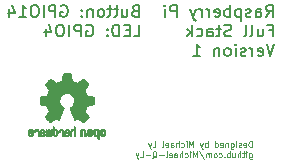
<source format=gbo>
%TF.GenerationSoftware,KiCad,Pcbnew,(5.1.9)-1*%
%TF.CreationDate,2022-01-01T15:49:24-06:00*%
%TF.ProjectId,RaspberryPiHAT,52617370-6265-4727-9279-50694841542e,1*%
%TF.SameCoordinates,Original*%
%TF.FileFunction,Legend,Bot*%
%TF.FilePolarity,Positive*%
%FSLAX46Y46*%
G04 Gerber Fmt 4.6, Leading zero omitted, Abs format (unit mm)*
G04 Created by KiCad (PCBNEW (5.1.9)-1) date 2022-01-01 15:49:24*
%MOMM*%
%LPD*%
G01*
G04 APERTURE LIST*
%ADD10C,0.125000*%
%ADD11C,0.150000*%
%ADD12C,0.010000*%
G04 APERTURE END LIST*
D10*
X222684702Y-77131690D02*
X222684702Y-76631690D01*
X222565654Y-76631690D01*
X222494226Y-76655500D01*
X222446607Y-76703119D01*
X222422797Y-76750738D01*
X222398988Y-76845976D01*
X222398988Y-76917404D01*
X222422797Y-77012642D01*
X222446607Y-77060261D01*
X222494226Y-77107880D01*
X222565654Y-77131690D01*
X222684702Y-77131690D01*
X221994226Y-77107880D02*
X222041845Y-77131690D01*
X222137083Y-77131690D01*
X222184702Y-77107880D01*
X222208511Y-77060261D01*
X222208511Y-76869785D01*
X222184702Y-76822166D01*
X222137083Y-76798357D01*
X222041845Y-76798357D01*
X221994226Y-76822166D01*
X221970416Y-76869785D01*
X221970416Y-76917404D01*
X222208511Y-76965023D01*
X221779940Y-77107880D02*
X221732321Y-77131690D01*
X221637083Y-77131690D01*
X221589464Y-77107880D01*
X221565654Y-77060261D01*
X221565654Y-77036452D01*
X221589464Y-76988833D01*
X221637083Y-76965023D01*
X221708511Y-76965023D01*
X221756130Y-76941214D01*
X221779940Y-76893595D01*
X221779940Y-76869785D01*
X221756130Y-76822166D01*
X221708511Y-76798357D01*
X221637083Y-76798357D01*
X221589464Y-76822166D01*
X221351369Y-77131690D02*
X221351369Y-76798357D01*
X221351369Y-76631690D02*
X221375178Y-76655500D01*
X221351369Y-76679309D01*
X221327559Y-76655500D01*
X221351369Y-76631690D01*
X221351369Y-76679309D01*
X220898988Y-76798357D02*
X220898988Y-77203119D01*
X220922797Y-77250738D01*
X220946607Y-77274547D01*
X220994226Y-77298357D01*
X221065654Y-77298357D01*
X221113273Y-77274547D01*
X220898988Y-77107880D02*
X220946607Y-77131690D01*
X221041845Y-77131690D01*
X221089464Y-77107880D01*
X221113273Y-77084071D01*
X221137083Y-77036452D01*
X221137083Y-76893595D01*
X221113273Y-76845976D01*
X221089464Y-76822166D01*
X221041845Y-76798357D01*
X220946607Y-76798357D01*
X220898988Y-76822166D01*
X220660892Y-76798357D02*
X220660892Y-77131690D01*
X220660892Y-76845976D02*
X220637083Y-76822166D01*
X220589464Y-76798357D01*
X220518035Y-76798357D01*
X220470416Y-76822166D01*
X220446607Y-76869785D01*
X220446607Y-77131690D01*
X220018035Y-77107880D02*
X220065654Y-77131690D01*
X220160892Y-77131690D01*
X220208511Y-77107880D01*
X220232321Y-77060261D01*
X220232321Y-76869785D01*
X220208511Y-76822166D01*
X220160892Y-76798357D01*
X220065654Y-76798357D01*
X220018035Y-76822166D01*
X219994226Y-76869785D01*
X219994226Y-76917404D01*
X220232321Y-76965023D01*
X219565654Y-77131690D02*
X219565654Y-76631690D01*
X219565654Y-77107880D02*
X219613273Y-77131690D01*
X219708511Y-77131690D01*
X219756130Y-77107880D01*
X219779940Y-77084071D01*
X219803750Y-77036452D01*
X219803750Y-76893595D01*
X219779940Y-76845976D01*
X219756130Y-76822166D01*
X219708511Y-76798357D01*
X219613273Y-76798357D01*
X219565654Y-76822166D01*
X218946607Y-77131690D02*
X218946607Y-76631690D01*
X218946607Y-76822166D02*
X218898988Y-76798357D01*
X218803750Y-76798357D01*
X218756130Y-76822166D01*
X218732321Y-76845976D01*
X218708511Y-76893595D01*
X218708511Y-77036452D01*
X218732321Y-77084071D01*
X218756130Y-77107880D01*
X218803750Y-77131690D01*
X218898988Y-77131690D01*
X218946607Y-77107880D01*
X218541845Y-76798357D02*
X218422797Y-77131690D01*
X218303750Y-76798357D02*
X218422797Y-77131690D01*
X218470416Y-77250738D01*
X218494226Y-77274547D01*
X218541845Y-77298357D01*
X217732321Y-77131690D02*
X217732321Y-76631690D01*
X217565654Y-76988833D01*
X217398988Y-76631690D01*
X217398988Y-77131690D01*
X217160892Y-77131690D02*
X217160892Y-76798357D01*
X217160892Y-76631690D02*
X217184702Y-76655500D01*
X217160892Y-76679309D01*
X217137083Y-76655500D01*
X217160892Y-76631690D01*
X217160892Y-76679309D01*
X216708511Y-77107880D02*
X216756130Y-77131690D01*
X216851369Y-77131690D01*
X216898988Y-77107880D01*
X216922797Y-77084071D01*
X216946607Y-77036452D01*
X216946607Y-76893595D01*
X216922797Y-76845976D01*
X216898988Y-76822166D01*
X216851369Y-76798357D01*
X216756130Y-76798357D01*
X216708511Y-76822166D01*
X216494226Y-77131690D02*
X216494226Y-76631690D01*
X216279940Y-77131690D02*
X216279940Y-76869785D01*
X216303750Y-76822166D01*
X216351369Y-76798357D01*
X216422797Y-76798357D01*
X216470416Y-76822166D01*
X216494226Y-76845976D01*
X215827559Y-77131690D02*
X215827559Y-76869785D01*
X215851369Y-76822166D01*
X215898988Y-76798357D01*
X215994226Y-76798357D01*
X216041845Y-76822166D01*
X215827559Y-77107880D02*
X215875178Y-77131690D01*
X215994226Y-77131690D01*
X216041845Y-77107880D01*
X216065654Y-77060261D01*
X216065654Y-77012642D01*
X216041845Y-76965023D01*
X215994226Y-76941214D01*
X215875178Y-76941214D01*
X215827559Y-76917404D01*
X215398988Y-77107880D02*
X215446607Y-77131690D01*
X215541845Y-77131690D01*
X215589464Y-77107880D01*
X215613273Y-77060261D01*
X215613273Y-76869785D01*
X215589464Y-76822166D01*
X215541845Y-76798357D01*
X215446607Y-76798357D01*
X215398988Y-76822166D01*
X215375178Y-76869785D01*
X215375178Y-76917404D01*
X215613273Y-76965023D01*
X215089464Y-77131690D02*
X215137083Y-77107880D01*
X215160892Y-77060261D01*
X215160892Y-76631690D01*
X214279940Y-77131690D02*
X214518035Y-77131690D01*
X214518035Y-76631690D01*
X214160892Y-76798357D02*
X214041845Y-77131690D01*
X213922797Y-76798357D02*
X214041845Y-77131690D01*
X214089464Y-77250738D01*
X214113273Y-77274547D01*
X214160892Y-77298357D01*
X222470416Y-77673357D02*
X222470416Y-78078119D01*
X222494226Y-78125738D01*
X222518035Y-78149547D01*
X222565654Y-78173357D01*
X222637083Y-78173357D01*
X222684702Y-78149547D01*
X222470416Y-77982880D02*
X222518035Y-78006690D01*
X222613273Y-78006690D01*
X222660892Y-77982880D01*
X222684702Y-77959071D01*
X222708511Y-77911452D01*
X222708511Y-77768595D01*
X222684702Y-77720976D01*
X222660892Y-77697166D01*
X222613273Y-77673357D01*
X222518035Y-77673357D01*
X222470416Y-77697166D01*
X222232321Y-78006690D02*
X222232321Y-77673357D01*
X222232321Y-77506690D02*
X222256130Y-77530500D01*
X222232321Y-77554309D01*
X222208511Y-77530500D01*
X222232321Y-77506690D01*
X222232321Y-77554309D01*
X222065654Y-77673357D02*
X221875178Y-77673357D01*
X221994226Y-77506690D02*
X221994226Y-77935261D01*
X221970416Y-77982880D01*
X221922797Y-78006690D01*
X221875178Y-78006690D01*
X221708511Y-78006690D02*
X221708511Y-77506690D01*
X221494226Y-78006690D02*
X221494226Y-77744785D01*
X221518035Y-77697166D01*
X221565654Y-77673357D01*
X221637083Y-77673357D01*
X221684702Y-77697166D01*
X221708511Y-77720976D01*
X221041845Y-77673357D02*
X221041845Y-78006690D01*
X221256130Y-77673357D02*
X221256130Y-77935261D01*
X221232321Y-77982880D01*
X221184702Y-78006690D01*
X221113273Y-78006690D01*
X221065654Y-77982880D01*
X221041845Y-77959071D01*
X220803750Y-78006690D02*
X220803750Y-77506690D01*
X220803750Y-77697166D02*
X220756130Y-77673357D01*
X220660892Y-77673357D01*
X220613273Y-77697166D01*
X220589464Y-77720976D01*
X220565654Y-77768595D01*
X220565654Y-77911452D01*
X220589464Y-77959071D01*
X220613273Y-77982880D01*
X220660892Y-78006690D01*
X220756130Y-78006690D01*
X220803750Y-77982880D01*
X220351369Y-77959071D02*
X220327559Y-77982880D01*
X220351369Y-78006690D01*
X220375178Y-77982880D01*
X220351369Y-77959071D01*
X220351369Y-78006690D01*
X219898988Y-77982880D02*
X219946607Y-78006690D01*
X220041845Y-78006690D01*
X220089464Y-77982880D01*
X220113273Y-77959071D01*
X220137083Y-77911452D01*
X220137083Y-77768595D01*
X220113273Y-77720976D01*
X220089464Y-77697166D01*
X220041845Y-77673357D01*
X219946607Y-77673357D01*
X219898988Y-77697166D01*
X219613273Y-78006690D02*
X219660892Y-77982880D01*
X219684702Y-77959071D01*
X219708511Y-77911452D01*
X219708511Y-77768595D01*
X219684702Y-77720976D01*
X219660892Y-77697166D01*
X219613273Y-77673357D01*
X219541845Y-77673357D01*
X219494226Y-77697166D01*
X219470416Y-77720976D01*
X219446607Y-77768595D01*
X219446607Y-77911452D01*
X219470416Y-77959071D01*
X219494226Y-77982880D01*
X219541845Y-78006690D01*
X219613273Y-78006690D01*
X219232321Y-78006690D02*
X219232321Y-77673357D01*
X219232321Y-77720976D02*
X219208511Y-77697166D01*
X219160892Y-77673357D01*
X219089464Y-77673357D01*
X219041845Y-77697166D01*
X219018035Y-77744785D01*
X219018035Y-78006690D01*
X219018035Y-77744785D02*
X218994226Y-77697166D01*
X218946607Y-77673357D01*
X218875178Y-77673357D01*
X218827559Y-77697166D01*
X218803750Y-77744785D01*
X218803750Y-78006690D01*
X218208511Y-77482880D02*
X218637083Y-78125738D01*
X218041845Y-78006690D02*
X218041845Y-77506690D01*
X217875178Y-77863833D01*
X217708511Y-77506690D01*
X217708511Y-78006690D01*
X217470416Y-78006690D02*
X217470416Y-77673357D01*
X217470416Y-77506690D02*
X217494226Y-77530500D01*
X217470416Y-77554309D01*
X217446607Y-77530500D01*
X217470416Y-77506690D01*
X217470416Y-77554309D01*
X217018035Y-77982880D02*
X217065654Y-78006690D01*
X217160892Y-78006690D01*
X217208511Y-77982880D01*
X217232321Y-77959071D01*
X217256130Y-77911452D01*
X217256130Y-77768595D01*
X217232321Y-77720976D01*
X217208511Y-77697166D01*
X217160892Y-77673357D01*
X217065654Y-77673357D01*
X217018035Y-77697166D01*
X216803750Y-78006690D02*
X216803750Y-77506690D01*
X216589464Y-78006690D02*
X216589464Y-77744785D01*
X216613273Y-77697166D01*
X216660892Y-77673357D01*
X216732321Y-77673357D01*
X216779940Y-77697166D01*
X216803750Y-77720976D01*
X216137083Y-78006690D02*
X216137083Y-77744785D01*
X216160892Y-77697166D01*
X216208511Y-77673357D01*
X216303750Y-77673357D01*
X216351369Y-77697166D01*
X216137083Y-77982880D02*
X216184702Y-78006690D01*
X216303750Y-78006690D01*
X216351369Y-77982880D01*
X216375178Y-77935261D01*
X216375178Y-77887642D01*
X216351369Y-77840023D01*
X216303750Y-77816214D01*
X216184702Y-77816214D01*
X216137083Y-77792404D01*
X215708511Y-77982880D02*
X215756130Y-78006690D01*
X215851369Y-78006690D01*
X215898988Y-77982880D01*
X215922797Y-77935261D01*
X215922797Y-77744785D01*
X215898988Y-77697166D01*
X215851369Y-77673357D01*
X215756130Y-77673357D01*
X215708511Y-77697166D01*
X215684702Y-77744785D01*
X215684702Y-77792404D01*
X215922797Y-77840023D01*
X215398988Y-78006690D02*
X215446607Y-77982880D01*
X215470416Y-77935261D01*
X215470416Y-77506690D01*
X215208511Y-77816214D02*
X214827559Y-77816214D01*
X214256130Y-78054309D02*
X214303750Y-78030500D01*
X214351369Y-77982880D01*
X214422797Y-77911452D01*
X214470416Y-77887642D01*
X214518035Y-77887642D01*
X214494226Y-78006690D02*
X214541845Y-77982880D01*
X214589464Y-77935261D01*
X214613273Y-77840023D01*
X214613273Y-77673357D01*
X214589464Y-77578119D01*
X214541845Y-77530500D01*
X214494226Y-77506690D01*
X214398988Y-77506690D01*
X214351369Y-77530500D01*
X214303750Y-77578119D01*
X214279940Y-77673357D01*
X214279940Y-77840023D01*
X214303750Y-77935261D01*
X214351369Y-77982880D01*
X214398988Y-78006690D01*
X214494226Y-78006690D01*
X214065654Y-77816214D02*
X213684702Y-77816214D01*
X213208511Y-78006690D02*
X213446607Y-78006690D01*
X213446607Y-77506690D01*
X213089464Y-77673357D02*
X212970416Y-78006690D01*
X212851369Y-77673357D02*
X212970416Y-78006690D01*
X213018035Y-78125738D01*
X213041845Y-78149547D01*
X213089464Y-78173357D01*
D11*
X212818071Y-65588571D02*
X212675214Y-65636190D01*
X212627595Y-65683809D01*
X212579976Y-65779047D01*
X212579976Y-65921904D01*
X212627595Y-66017142D01*
X212675214Y-66064761D01*
X212770452Y-66112380D01*
X213151404Y-66112380D01*
X213151404Y-65112380D01*
X212818071Y-65112380D01*
X212722833Y-65160000D01*
X212675214Y-65207619D01*
X212627595Y-65302857D01*
X212627595Y-65398095D01*
X212675214Y-65493333D01*
X212722833Y-65540952D01*
X212818071Y-65588571D01*
X213151404Y-65588571D01*
X211722833Y-65445714D02*
X211722833Y-66112380D01*
X212151404Y-65445714D02*
X212151404Y-65969523D01*
X212103785Y-66064761D01*
X212008547Y-66112380D01*
X211865690Y-66112380D01*
X211770452Y-66064761D01*
X211722833Y-66017142D01*
X211389500Y-65445714D02*
X211008547Y-65445714D01*
X211246642Y-65112380D02*
X211246642Y-65969523D01*
X211199023Y-66064761D01*
X211103785Y-66112380D01*
X211008547Y-66112380D01*
X210818071Y-65445714D02*
X210437119Y-65445714D01*
X210675214Y-65112380D02*
X210675214Y-65969523D01*
X210627595Y-66064761D01*
X210532357Y-66112380D01*
X210437119Y-66112380D01*
X209960928Y-66112380D02*
X210056166Y-66064761D01*
X210103785Y-66017142D01*
X210151404Y-65921904D01*
X210151404Y-65636190D01*
X210103785Y-65540952D01*
X210056166Y-65493333D01*
X209960928Y-65445714D01*
X209818071Y-65445714D01*
X209722833Y-65493333D01*
X209675214Y-65540952D01*
X209627595Y-65636190D01*
X209627595Y-65921904D01*
X209675214Y-66017142D01*
X209722833Y-66064761D01*
X209818071Y-66112380D01*
X209960928Y-66112380D01*
X209199023Y-65445714D02*
X209199023Y-66112380D01*
X209199023Y-65540952D02*
X209151404Y-65493333D01*
X209056166Y-65445714D01*
X208913309Y-65445714D01*
X208818071Y-65493333D01*
X208770452Y-65588571D01*
X208770452Y-66112380D01*
X208294261Y-66017142D02*
X208246642Y-66064761D01*
X208294261Y-66112380D01*
X208341880Y-66064761D01*
X208294261Y-66017142D01*
X208294261Y-66112380D01*
X208294261Y-65493333D02*
X208246642Y-65540952D01*
X208294261Y-65588571D01*
X208341880Y-65540952D01*
X208294261Y-65493333D01*
X208294261Y-65588571D01*
X206532357Y-65160000D02*
X206627595Y-65112380D01*
X206770452Y-65112380D01*
X206913309Y-65160000D01*
X207008547Y-65255238D01*
X207056166Y-65350476D01*
X207103785Y-65540952D01*
X207103785Y-65683809D01*
X207056166Y-65874285D01*
X207008547Y-65969523D01*
X206913309Y-66064761D01*
X206770452Y-66112380D01*
X206675214Y-66112380D01*
X206532357Y-66064761D01*
X206484738Y-66017142D01*
X206484738Y-65683809D01*
X206675214Y-65683809D01*
X206056166Y-66112380D02*
X206056166Y-65112380D01*
X205675214Y-65112380D01*
X205579976Y-65160000D01*
X205532357Y-65207619D01*
X205484738Y-65302857D01*
X205484738Y-65445714D01*
X205532357Y-65540952D01*
X205579976Y-65588571D01*
X205675214Y-65636190D01*
X206056166Y-65636190D01*
X205056166Y-66112380D02*
X205056166Y-65112380D01*
X204389500Y-65112380D02*
X204199023Y-65112380D01*
X204103785Y-65160000D01*
X204008547Y-65255238D01*
X203960928Y-65445714D01*
X203960928Y-65779047D01*
X204008547Y-65969523D01*
X204103785Y-66064761D01*
X204199023Y-66112380D01*
X204389500Y-66112380D01*
X204484738Y-66064761D01*
X204579976Y-65969523D01*
X204627595Y-65779047D01*
X204627595Y-65445714D01*
X204579976Y-65255238D01*
X204484738Y-65160000D01*
X204389500Y-65112380D01*
X203008547Y-66112380D02*
X203579976Y-66112380D01*
X203294261Y-66112380D02*
X203294261Y-65112380D01*
X203389500Y-65255238D01*
X203484738Y-65350476D01*
X203579976Y-65398095D01*
X202151404Y-65445714D02*
X202151404Y-66112380D01*
X202389500Y-65064761D02*
X202627595Y-65779047D01*
X202008547Y-65779047D01*
X212675214Y-67762380D02*
X213151404Y-67762380D01*
X213151404Y-66762380D01*
X212341880Y-67238571D02*
X212008547Y-67238571D01*
X211865690Y-67762380D02*
X212341880Y-67762380D01*
X212341880Y-66762380D01*
X211865690Y-66762380D01*
X211437119Y-67762380D02*
X211437119Y-66762380D01*
X211199023Y-66762380D01*
X211056166Y-66810000D01*
X210960928Y-66905238D01*
X210913309Y-67000476D01*
X210865690Y-67190952D01*
X210865690Y-67333809D01*
X210913309Y-67524285D01*
X210960928Y-67619523D01*
X211056166Y-67714761D01*
X211199023Y-67762380D01*
X211437119Y-67762380D01*
X210437119Y-67667142D02*
X210389500Y-67714761D01*
X210437119Y-67762380D01*
X210484738Y-67714761D01*
X210437119Y-67667142D01*
X210437119Y-67762380D01*
X210437119Y-67143333D02*
X210389500Y-67190952D01*
X210437119Y-67238571D01*
X210484738Y-67190952D01*
X210437119Y-67143333D01*
X210437119Y-67238571D01*
X208675214Y-66810000D02*
X208770452Y-66762380D01*
X208913309Y-66762380D01*
X209056166Y-66810000D01*
X209151404Y-66905238D01*
X209199023Y-67000476D01*
X209246642Y-67190952D01*
X209246642Y-67333809D01*
X209199023Y-67524285D01*
X209151404Y-67619523D01*
X209056166Y-67714761D01*
X208913309Y-67762380D01*
X208818071Y-67762380D01*
X208675214Y-67714761D01*
X208627595Y-67667142D01*
X208627595Y-67333809D01*
X208818071Y-67333809D01*
X208199023Y-67762380D02*
X208199023Y-66762380D01*
X207818071Y-66762380D01*
X207722833Y-66810000D01*
X207675214Y-66857619D01*
X207627595Y-66952857D01*
X207627595Y-67095714D01*
X207675214Y-67190952D01*
X207722833Y-67238571D01*
X207818071Y-67286190D01*
X208199023Y-67286190D01*
X207199023Y-67762380D02*
X207199023Y-66762380D01*
X206532357Y-66762380D02*
X206341880Y-66762380D01*
X206246642Y-66810000D01*
X206151404Y-66905238D01*
X206103785Y-67095714D01*
X206103785Y-67429047D01*
X206151404Y-67619523D01*
X206246642Y-67714761D01*
X206341880Y-67762380D01*
X206532357Y-67762380D01*
X206627595Y-67714761D01*
X206722833Y-67619523D01*
X206770452Y-67429047D01*
X206770452Y-67095714D01*
X206722833Y-66905238D01*
X206627595Y-66810000D01*
X206532357Y-66762380D01*
X205246642Y-67095714D02*
X205246642Y-67762380D01*
X205484738Y-66714761D02*
X205722833Y-67429047D01*
X205103785Y-67429047D01*
X223882976Y-66112380D02*
X224216309Y-65636190D01*
X224454404Y-66112380D02*
X224454404Y-65112380D01*
X224073452Y-65112380D01*
X223978214Y-65160000D01*
X223930595Y-65207619D01*
X223882976Y-65302857D01*
X223882976Y-65445714D01*
X223930595Y-65540952D01*
X223978214Y-65588571D01*
X224073452Y-65636190D01*
X224454404Y-65636190D01*
X223025833Y-66112380D02*
X223025833Y-65588571D01*
X223073452Y-65493333D01*
X223168690Y-65445714D01*
X223359166Y-65445714D01*
X223454404Y-65493333D01*
X223025833Y-66064761D02*
X223121071Y-66112380D01*
X223359166Y-66112380D01*
X223454404Y-66064761D01*
X223502023Y-65969523D01*
X223502023Y-65874285D01*
X223454404Y-65779047D01*
X223359166Y-65731428D01*
X223121071Y-65731428D01*
X223025833Y-65683809D01*
X222597261Y-66064761D02*
X222502023Y-66112380D01*
X222311547Y-66112380D01*
X222216309Y-66064761D01*
X222168690Y-65969523D01*
X222168690Y-65921904D01*
X222216309Y-65826666D01*
X222311547Y-65779047D01*
X222454404Y-65779047D01*
X222549642Y-65731428D01*
X222597261Y-65636190D01*
X222597261Y-65588571D01*
X222549642Y-65493333D01*
X222454404Y-65445714D01*
X222311547Y-65445714D01*
X222216309Y-65493333D01*
X221740119Y-65445714D02*
X221740119Y-66445714D01*
X221740119Y-65493333D02*
X221644880Y-65445714D01*
X221454404Y-65445714D01*
X221359166Y-65493333D01*
X221311547Y-65540952D01*
X221263928Y-65636190D01*
X221263928Y-65921904D01*
X221311547Y-66017142D01*
X221359166Y-66064761D01*
X221454404Y-66112380D01*
X221644880Y-66112380D01*
X221740119Y-66064761D01*
X220835357Y-66112380D02*
X220835357Y-65112380D01*
X220835357Y-65493333D02*
X220740119Y-65445714D01*
X220549642Y-65445714D01*
X220454404Y-65493333D01*
X220406785Y-65540952D01*
X220359166Y-65636190D01*
X220359166Y-65921904D01*
X220406785Y-66017142D01*
X220454404Y-66064761D01*
X220549642Y-66112380D01*
X220740119Y-66112380D01*
X220835357Y-66064761D01*
X219549642Y-66064761D02*
X219644880Y-66112380D01*
X219835357Y-66112380D01*
X219930595Y-66064761D01*
X219978214Y-65969523D01*
X219978214Y-65588571D01*
X219930595Y-65493333D01*
X219835357Y-65445714D01*
X219644880Y-65445714D01*
X219549642Y-65493333D01*
X219502023Y-65588571D01*
X219502023Y-65683809D01*
X219978214Y-65779047D01*
X219073452Y-66112380D02*
X219073452Y-65445714D01*
X219073452Y-65636190D02*
X219025833Y-65540952D01*
X218978214Y-65493333D01*
X218882976Y-65445714D01*
X218787738Y-65445714D01*
X218454404Y-66112380D02*
X218454404Y-65445714D01*
X218454404Y-65636190D02*
X218406785Y-65540952D01*
X218359166Y-65493333D01*
X218263928Y-65445714D01*
X218168690Y-65445714D01*
X217930595Y-65445714D02*
X217692500Y-66112380D01*
X217454404Y-65445714D02*
X217692500Y-66112380D01*
X217787738Y-66350476D01*
X217835357Y-66398095D01*
X217930595Y-66445714D01*
X216311547Y-66112380D02*
X216311547Y-65112380D01*
X215930595Y-65112380D01*
X215835357Y-65160000D01*
X215787738Y-65207619D01*
X215740119Y-65302857D01*
X215740119Y-65445714D01*
X215787738Y-65540952D01*
X215835357Y-65588571D01*
X215930595Y-65636190D01*
X216311547Y-65636190D01*
X215311547Y-66112380D02*
X215311547Y-65445714D01*
X215311547Y-65112380D02*
X215359166Y-65160000D01*
X215311547Y-65207619D01*
X215263928Y-65160000D01*
X215311547Y-65112380D01*
X215311547Y-65207619D01*
X224121071Y-67238571D02*
X224454404Y-67238571D01*
X224454404Y-67762380D02*
X224454404Y-66762380D01*
X223978214Y-66762380D01*
X223168690Y-67095714D02*
X223168690Y-67762380D01*
X223597261Y-67095714D02*
X223597261Y-67619523D01*
X223549642Y-67714761D01*
X223454404Y-67762380D01*
X223311547Y-67762380D01*
X223216309Y-67714761D01*
X223168690Y-67667142D01*
X222549642Y-67762380D02*
X222644880Y-67714761D01*
X222692500Y-67619523D01*
X222692500Y-66762380D01*
X222025833Y-67762380D02*
X222121071Y-67714761D01*
X222168690Y-67619523D01*
X222168690Y-66762380D01*
X220930595Y-67714761D02*
X220787738Y-67762380D01*
X220549642Y-67762380D01*
X220454404Y-67714761D01*
X220406785Y-67667142D01*
X220359166Y-67571904D01*
X220359166Y-67476666D01*
X220406785Y-67381428D01*
X220454404Y-67333809D01*
X220549642Y-67286190D01*
X220740119Y-67238571D01*
X220835357Y-67190952D01*
X220882976Y-67143333D01*
X220930595Y-67048095D01*
X220930595Y-66952857D01*
X220882976Y-66857619D01*
X220835357Y-66810000D01*
X220740119Y-66762380D01*
X220502023Y-66762380D01*
X220359166Y-66810000D01*
X220073452Y-67095714D02*
X219692500Y-67095714D01*
X219930595Y-66762380D02*
X219930595Y-67619523D01*
X219882976Y-67714761D01*
X219787738Y-67762380D01*
X219692500Y-67762380D01*
X218930595Y-67762380D02*
X218930595Y-67238571D01*
X218978214Y-67143333D01*
X219073452Y-67095714D01*
X219263928Y-67095714D01*
X219359166Y-67143333D01*
X218930595Y-67714761D02*
X219025833Y-67762380D01*
X219263928Y-67762380D01*
X219359166Y-67714761D01*
X219406785Y-67619523D01*
X219406785Y-67524285D01*
X219359166Y-67429047D01*
X219263928Y-67381428D01*
X219025833Y-67381428D01*
X218930595Y-67333809D01*
X218025833Y-67714761D02*
X218121071Y-67762380D01*
X218311547Y-67762380D01*
X218406785Y-67714761D01*
X218454404Y-67667142D01*
X218502023Y-67571904D01*
X218502023Y-67286190D01*
X218454404Y-67190952D01*
X218406785Y-67143333D01*
X218311547Y-67095714D01*
X218121071Y-67095714D01*
X218025833Y-67143333D01*
X217597261Y-67762380D02*
X217597261Y-66762380D01*
X217502023Y-67381428D02*
X217216309Y-67762380D01*
X217216309Y-67095714D02*
X217597261Y-67476666D01*
X224597261Y-68412380D02*
X224263928Y-69412380D01*
X223930595Y-68412380D01*
X223216309Y-69364761D02*
X223311547Y-69412380D01*
X223502023Y-69412380D01*
X223597261Y-69364761D01*
X223644880Y-69269523D01*
X223644880Y-68888571D01*
X223597261Y-68793333D01*
X223502023Y-68745714D01*
X223311547Y-68745714D01*
X223216309Y-68793333D01*
X223168690Y-68888571D01*
X223168690Y-68983809D01*
X223644880Y-69079047D01*
X222740119Y-69412380D02*
X222740119Y-68745714D01*
X222740119Y-68936190D02*
X222692500Y-68840952D01*
X222644880Y-68793333D01*
X222549642Y-68745714D01*
X222454404Y-68745714D01*
X222168690Y-69364761D02*
X222073452Y-69412380D01*
X221882976Y-69412380D01*
X221787738Y-69364761D01*
X221740119Y-69269523D01*
X221740119Y-69221904D01*
X221787738Y-69126666D01*
X221882976Y-69079047D01*
X222025833Y-69079047D01*
X222121071Y-69031428D01*
X222168690Y-68936190D01*
X222168690Y-68888571D01*
X222121071Y-68793333D01*
X222025833Y-68745714D01*
X221882976Y-68745714D01*
X221787738Y-68793333D01*
X221311547Y-69412380D02*
X221311547Y-68745714D01*
X221311547Y-68412380D02*
X221359166Y-68460000D01*
X221311547Y-68507619D01*
X221263928Y-68460000D01*
X221311547Y-68412380D01*
X221311547Y-68507619D01*
X220692500Y-69412380D02*
X220787738Y-69364761D01*
X220835357Y-69317142D01*
X220882976Y-69221904D01*
X220882976Y-68936190D01*
X220835357Y-68840952D01*
X220787738Y-68793333D01*
X220692500Y-68745714D01*
X220549642Y-68745714D01*
X220454404Y-68793333D01*
X220406785Y-68840952D01*
X220359166Y-68936190D01*
X220359166Y-69221904D01*
X220406785Y-69317142D01*
X220454404Y-69364761D01*
X220549642Y-69412380D01*
X220692500Y-69412380D01*
X219930595Y-68745714D02*
X219930595Y-69412380D01*
X219930595Y-68840952D02*
X219882976Y-68793333D01*
X219787738Y-68745714D01*
X219644880Y-68745714D01*
X219549642Y-68793333D01*
X219502023Y-68888571D01*
X219502023Y-69412380D01*
X217740119Y-69412380D02*
X218311547Y-69412380D01*
X218025833Y-69412380D02*
X218025833Y-68412380D01*
X218121071Y-68555238D01*
X218216309Y-68650476D01*
X218311547Y-68698095D01*
D12*
%TO.C,REF\u002A\u002A*%
G36*
X206906090Y-70902348D02*
G01*
X206827546Y-70902778D01*
X206770702Y-70903942D01*
X206731895Y-70906207D01*
X206707462Y-70909940D01*
X206693738Y-70915506D01*
X206687060Y-70923273D01*
X206683764Y-70933605D01*
X206683444Y-70934943D01*
X206678438Y-70959079D01*
X206669171Y-71006701D01*
X206656608Y-71072741D01*
X206641713Y-71152128D01*
X206625449Y-71239796D01*
X206624881Y-71242875D01*
X206608590Y-71328789D01*
X206593348Y-71404696D01*
X206580139Y-71466045D01*
X206569946Y-71508282D01*
X206563752Y-71526855D01*
X206563457Y-71527184D01*
X206545212Y-71536253D01*
X206507595Y-71551367D01*
X206458729Y-71569262D01*
X206458457Y-71569358D01*
X206396907Y-71592493D01*
X206324343Y-71621965D01*
X206255943Y-71651597D01*
X206252706Y-71653062D01*
X206141298Y-71703626D01*
X205894601Y-71535160D01*
X205818923Y-71483803D01*
X205750369Y-71437889D01*
X205692912Y-71400030D01*
X205650524Y-71372837D01*
X205627175Y-71358921D01*
X205624958Y-71357889D01*
X205607990Y-71362484D01*
X205576299Y-71384655D01*
X205528648Y-71425447D01*
X205463802Y-71485905D01*
X205397603Y-71550227D01*
X205333786Y-71613612D01*
X205276671Y-71671451D01*
X205229695Y-71720175D01*
X205196297Y-71756210D01*
X205179915Y-71775984D01*
X205179306Y-71777002D01*
X205177495Y-71790572D01*
X205184317Y-71812733D01*
X205201460Y-71846478D01*
X205230607Y-71894800D01*
X205273445Y-71960692D01*
X205330552Y-72045517D01*
X205381234Y-72120177D01*
X205426539Y-72187140D01*
X205463850Y-72242516D01*
X205490548Y-72282420D01*
X205504015Y-72302962D01*
X205504863Y-72304356D01*
X205503219Y-72324038D01*
X205490755Y-72362293D01*
X205469952Y-72411889D01*
X205462538Y-72427728D01*
X205430186Y-72498290D01*
X205395672Y-72578353D01*
X205367635Y-72647629D01*
X205347432Y-72699045D01*
X205331385Y-72738119D01*
X205322112Y-72758541D01*
X205320959Y-72760114D01*
X205303904Y-72762721D01*
X205263702Y-72769863D01*
X205205698Y-72780523D01*
X205135237Y-72793685D01*
X205057665Y-72808333D01*
X204978328Y-72823449D01*
X204902569Y-72838018D01*
X204835736Y-72851022D01*
X204783172Y-72861445D01*
X204750224Y-72868270D01*
X204742143Y-72870199D01*
X204733795Y-72874962D01*
X204727494Y-72885718D01*
X204722955Y-72906098D01*
X204719896Y-72939734D01*
X204718033Y-72990255D01*
X204717082Y-73061292D01*
X204716760Y-73156476D01*
X204716743Y-73195492D01*
X204716743Y-73512799D01*
X204792943Y-73527839D01*
X204835337Y-73535995D01*
X204898600Y-73547899D01*
X204975038Y-73562116D01*
X205056957Y-73577210D01*
X205079600Y-73581355D01*
X205155194Y-73596053D01*
X205221047Y-73610505D01*
X205271634Y-73623375D01*
X205301426Y-73633322D01*
X205306388Y-73636287D01*
X205318574Y-73657283D01*
X205336047Y-73697967D01*
X205355423Y-73750322D01*
X205359266Y-73761600D01*
X205384661Y-73831523D01*
X205416183Y-73910418D01*
X205447031Y-73981266D01*
X205447183Y-73981595D01*
X205498553Y-74092733D01*
X205329601Y-74341253D01*
X205160648Y-74589772D01*
X205377571Y-74807058D01*
X205443181Y-74871726D01*
X205503021Y-74928733D01*
X205553733Y-74975033D01*
X205591954Y-75007584D01*
X205614325Y-75023343D01*
X205617534Y-75024343D01*
X205636374Y-75016469D01*
X205674820Y-74994578D01*
X205728670Y-74961267D01*
X205793724Y-74919131D01*
X205864060Y-74871943D01*
X205935445Y-74823810D01*
X205999092Y-74781928D01*
X206050959Y-74748871D01*
X206087005Y-74727218D01*
X206103133Y-74719543D01*
X206122811Y-74726037D01*
X206160125Y-74743150D01*
X206207379Y-74767326D01*
X206212388Y-74770013D01*
X206276023Y-74801927D01*
X206319659Y-74817579D01*
X206346798Y-74817745D01*
X206360943Y-74803204D01*
X206361025Y-74803000D01*
X206368095Y-74785779D01*
X206384958Y-74744899D01*
X206410305Y-74683525D01*
X206442829Y-74604819D01*
X206481222Y-74511947D01*
X206524178Y-74408072D01*
X206565778Y-74307502D01*
X206611496Y-74196516D01*
X206653474Y-74093703D01*
X206690452Y-74002215D01*
X206721173Y-73925201D01*
X206744378Y-73865815D01*
X206758810Y-73827209D01*
X206763257Y-73812800D01*
X206752104Y-73796272D01*
X206722931Y-73769930D01*
X206684029Y-73740887D01*
X206573243Y-73649039D01*
X206486649Y-73543759D01*
X206425284Y-73427266D01*
X206390185Y-73301776D01*
X206382392Y-73169507D01*
X206388057Y-73108457D01*
X206418922Y-72981795D01*
X206472080Y-72869941D01*
X206544233Y-72774001D01*
X206632083Y-72695076D01*
X206732335Y-72634270D01*
X206841690Y-72592687D01*
X206956853Y-72571428D01*
X207074525Y-72571599D01*
X207191410Y-72594301D01*
X207304211Y-72640638D01*
X207409631Y-72711713D01*
X207453632Y-72751911D01*
X207538021Y-72855129D01*
X207596778Y-72967925D01*
X207630296Y-73087010D01*
X207638965Y-73209095D01*
X207623177Y-73330893D01*
X207583322Y-73449116D01*
X207519793Y-73560475D01*
X207432979Y-73661684D01*
X207335971Y-73740887D01*
X207295563Y-73771162D01*
X207267018Y-73797219D01*
X207256743Y-73812825D01*
X207262123Y-73829843D01*
X207277425Y-73870500D01*
X207301388Y-73931642D01*
X207332756Y-74010119D01*
X207370268Y-74102780D01*
X207412667Y-74206472D01*
X207454337Y-74307526D01*
X207500310Y-74418607D01*
X207542893Y-74521541D01*
X207580779Y-74613165D01*
X207612660Y-74690316D01*
X207637229Y-74749831D01*
X207653180Y-74788544D01*
X207659090Y-74803000D01*
X207673052Y-74817685D01*
X207700060Y-74817642D01*
X207743587Y-74802099D01*
X207807110Y-74770284D01*
X207807612Y-74770013D01*
X207855440Y-74745323D01*
X207894103Y-74727338D01*
X207915905Y-74719614D01*
X207916867Y-74719543D01*
X207933279Y-74727378D01*
X207969513Y-74749165D01*
X208021526Y-74782328D01*
X208085275Y-74824291D01*
X208155940Y-74871943D01*
X208227884Y-74920191D01*
X208292726Y-74962151D01*
X208346265Y-74995227D01*
X208384303Y-75016821D01*
X208402467Y-75024343D01*
X208419192Y-75014457D01*
X208452820Y-74986826D01*
X208499990Y-74944495D01*
X208557342Y-74890505D01*
X208621516Y-74827899D01*
X208642503Y-74806983D01*
X208859501Y-74589623D01*
X208694332Y-74347220D01*
X208644136Y-74272781D01*
X208600081Y-74205972D01*
X208564638Y-74150665D01*
X208540281Y-74110729D01*
X208529478Y-74090036D01*
X208529162Y-74088563D01*
X208534857Y-74069058D01*
X208550174Y-74029822D01*
X208572463Y-73977430D01*
X208588107Y-73942355D01*
X208617359Y-73875201D01*
X208644906Y-73807358D01*
X208666263Y-73750034D01*
X208672065Y-73732572D01*
X208688548Y-73685938D01*
X208704660Y-73649905D01*
X208713510Y-73636287D01*
X208733040Y-73627952D01*
X208775666Y-73616137D01*
X208835855Y-73602181D01*
X208908078Y-73587422D01*
X208940400Y-73581355D01*
X209022478Y-73566273D01*
X209101205Y-73551669D01*
X209168891Y-73538980D01*
X209217840Y-73529642D01*
X209227057Y-73527839D01*
X209303257Y-73512799D01*
X209303257Y-73195492D01*
X209303086Y-73091154D01*
X209302384Y-73012213D01*
X209300866Y-72955038D01*
X209298251Y-72915999D01*
X209294254Y-72891465D01*
X209288591Y-72877805D01*
X209280980Y-72871389D01*
X209277857Y-72870199D01*
X209259022Y-72865980D01*
X209217412Y-72857562D01*
X209158370Y-72845961D01*
X209087243Y-72832195D01*
X209009375Y-72817280D01*
X208930113Y-72802232D01*
X208854802Y-72788069D01*
X208788787Y-72775806D01*
X208737413Y-72766461D01*
X208706025Y-72761050D01*
X208699041Y-72760114D01*
X208692715Y-72747596D01*
X208678710Y-72714246D01*
X208659645Y-72666377D01*
X208652366Y-72647629D01*
X208623004Y-72575195D01*
X208588429Y-72495170D01*
X208557463Y-72427728D01*
X208534677Y-72376159D01*
X208519518Y-72333785D01*
X208514458Y-72307834D01*
X208515264Y-72304356D01*
X208525959Y-72287936D01*
X208550380Y-72251417D01*
X208585905Y-72198687D01*
X208629913Y-72133635D01*
X208679783Y-72060151D01*
X208689644Y-72045645D01*
X208747508Y-71959704D01*
X208790044Y-71894261D01*
X208818946Y-71846304D01*
X208835910Y-71812820D01*
X208842633Y-71790795D01*
X208840810Y-71777217D01*
X208840764Y-71777131D01*
X208826414Y-71759297D01*
X208794677Y-71724817D01*
X208748990Y-71677268D01*
X208692796Y-71620222D01*
X208629532Y-71557255D01*
X208622398Y-71550227D01*
X208542670Y-71473020D01*
X208481143Y-71416330D01*
X208436579Y-71379110D01*
X208407743Y-71360315D01*
X208395042Y-71357889D01*
X208376506Y-71368471D01*
X208338039Y-71392916D01*
X208283614Y-71428612D01*
X208217202Y-71472947D01*
X208142775Y-71523311D01*
X208125399Y-71535160D01*
X207878703Y-71703626D01*
X207767294Y-71653062D01*
X207699543Y-71623595D01*
X207626817Y-71593959D01*
X207564297Y-71570330D01*
X207561543Y-71569358D01*
X207512640Y-71551457D01*
X207474943Y-71536320D01*
X207456575Y-71527210D01*
X207456544Y-71527184D01*
X207450715Y-71510717D01*
X207440808Y-71470219D01*
X207427805Y-71410242D01*
X207412691Y-71335340D01*
X207396448Y-71250064D01*
X207395119Y-71242875D01*
X207378825Y-71155014D01*
X207363867Y-71075260D01*
X207351209Y-71008681D01*
X207341814Y-70960347D01*
X207336646Y-70935325D01*
X207336556Y-70934943D01*
X207333411Y-70924299D01*
X207327296Y-70916262D01*
X207314547Y-70910467D01*
X207291500Y-70906547D01*
X207254491Y-70904135D01*
X207199856Y-70902865D01*
X207123933Y-70902371D01*
X207023056Y-70902286D01*
X207010000Y-70902286D01*
X206906090Y-70902348D01*
G37*
X206906090Y-70902348D02*
X206827546Y-70902778D01*
X206770702Y-70903942D01*
X206731895Y-70906207D01*
X206707462Y-70909940D01*
X206693738Y-70915506D01*
X206687060Y-70923273D01*
X206683764Y-70933605D01*
X206683444Y-70934943D01*
X206678438Y-70959079D01*
X206669171Y-71006701D01*
X206656608Y-71072741D01*
X206641713Y-71152128D01*
X206625449Y-71239796D01*
X206624881Y-71242875D01*
X206608590Y-71328789D01*
X206593348Y-71404696D01*
X206580139Y-71466045D01*
X206569946Y-71508282D01*
X206563752Y-71526855D01*
X206563457Y-71527184D01*
X206545212Y-71536253D01*
X206507595Y-71551367D01*
X206458729Y-71569262D01*
X206458457Y-71569358D01*
X206396907Y-71592493D01*
X206324343Y-71621965D01*
X206255943Y-71651597D01*
X206252706Y-71653062D01*
X206141298Y-71703626D01*
X205894601Y-71535160D01*
X205818923Y-71483803D01*
X205750369Y-71437889D01*
X205692912Y-71400030D01*
X205650524Y-71372837D01*
X205627175Y-71358921D01*
X205624958Y-71357889D01*
X205607990Y-71362484D01*
X205576299Y-71384655D01*
X205528648Y-71425447D01*
X205463802Y-71485905D01*
X205397603Y-71550227D01*
X205333786Y-71613612D01*
X205276671Y-71671451D01*
X205229695Y-71720175D01*
X205196297Y-71756210D01*
X205179915Y-71775984D01*
X205179306Y-71777002D01*
X205177495Y-71790572D01*
X205184317Y-71812733D01*
X205201460Y-71846478D01*
X205230607Y-71894800D01*
X205273445Y-71960692D01*
X205330552Y-72045517D01*
X205381234Y-72120177D01*
X205426539Y-72187140D01*
X205463850Y-72242516D01*
X205490548Y-72282420D01*
X205504015Y-72302962D01*
X205504863Y-72304356D01*
X205503219Y-72324038D01*
X205490755Y-72362293D01*
X205469952Y-72411889D01*
X205462538Y-72427728D01*
X205430186Y-72498290D01*
X205395672Y-72578353D01*
X205367635Y-72647629D01*
X205347432Y-72699045D01*
X205331385Y-72738119D01*
X205322112Y-72758541D01*
X205320959Y-72760114D01*
X205303904Y-72762721D01*
X205263702Y-72769863D01*
X205205698Y-72780523D01*
X205135237Y-72793685D01*
X205057665Y-72808333D01*
X204978328Y-72823449D01*
X204902569Y-72838018D01*
X204835736Y-72851022D01*
X204783172Y-72861445D01*
X204750224Y-72868270D01*
X204742143Y-72870199D01*
X204733795Y-72874962D01*
X204727494Y-72885718D01*
X204722955Y-72906098D01*
X204719896Y-72939734D01*
X204718033Y-72990255D01*
X204717082Y-73061292D01*
X204716760Y-73156476D01*
X204716743Y-73195492D01*
X204716743Y-73512799D01*
X204792943Y-73527839D01*
X204835337Y-73535995D01*
X204898600Y-73547899D01*
X204975038Y-73562116D01*
X205056957Y-73577210D01*
X205079600Y-73581355D01*
X205155194Y-73596053D01*
X205221047Y-73610505D01*
X205271634Y-73623375D01*
X205301426Y-73633322D01*
X205306388Y-73636287D01*
X205318574Y-73657283D01*
X205336047Y-73697967D01*
X205355423Y-73750322D01*
X205359266Y-73761600D01*
X205384661Y-73831523D01*
X205416183Y-73910418D01*
X205447031Y-73981266D01*
X205447183Y-73981595D01*
X205498553Y-74092733D01*
X205329601Y-74341253D01*
X205160648Y-74589772D01*
X205377571Y-74807058D01*
X205443181Y-74871726D01*
X205503021Y-74928733D01*
X205553733Y-74975033D01*
X205591954Y-75007584D01*
X205614325Y-75023343D01*
X205617534Y-75024343D01*
X205636374Y-75016469D01*
X205674820Y-74994578D01*
X205728670Y-74961267D01*
X205793724Y-74919131D01*
X205864060Y-74871943D01*
X205935445Y-74823810D01*
X205999092Y-74781928D01*
X206050959Y-74748871D01*
X206087005Y-74727218D01*
X206103133Y-74719543D01*
X206122811Y-74726037D01*
X206160125Y-74743150D01*
X206207379Y-74767326D01*
X206212388Y-74770013D01*
X206276023Y-74801927D01*
X206319659Y-74817579D01*
X206346798Y-74817745D01*
X206360943Y-74803204D01*
X206361025Y-74803000D01*
X206368095Y-74785779D01*
X206384958Y-74744899D01*
X206410305Y-74683525D01*
X206442829Y-74604819D01*
X206481222Y-74511947D01*
X206524178Y-74408072D01*
X206565778Y-74307502D01*
X206611496Y-74196516D01*
X206653474Y-74093703D01*
X206690452Y-74002215D01*
X206721173Y-73925201D01*
X206744378Y-73865815D01*
X206758810Y-73827209D01*
X206763257Y-73812800D01*
X206752104Y-73796272D01*
X206722931Y-73769930D01*
X206684029Y-73740887D01*
X206573243Y-73649039D01*
X206486649Y-73543759D01*
X206425284Y-73427266D01*
X206390185Y-73301776D01*
X206382392Y-73169507D01*
X206388057Y-73108457D01*
X206418922Y-72981795D01*
X206472080Y-72869941D01*
X206544233Y-72774001D01*
X206632083Y-72695076D01*
X206732335Y-72634270D01*
X206841690Y-72592687D01*
X206956853Y-72571428D01*
X207074525Y-72571599D01*
X207191410Y-72594301D01*
X207304211Y-72640638D01*
X207409631Y-72711713D01*
X207453632Y-72751911D01*
X207538021Y-72855129D01*
X207596778Y-72967925D01*
X207630296Y-73087010D01*
X207638965Y-73209095D01*
X207623177Y-73330893D01*
X207583322Y-73449116D01*
X207519793Y-73560475D01*
X207432979Y-73661684D01*
X207335971Y-73740887D01*
X207295563Y-73771162D01*
X207267018Y-73797219D01*
X207256743Y-73812825D01*
X207262123Y-73829843D01*
X207277425Y-73870500D01*
X207301388Y-73931642D01*
X207332756Y-74010119D01*
X207370268Y-74102780D01*
X207412667Y-74206472D01*
X207454337Y-74307526D01*
X207500310Y-74418607D01*
X207542893Y-74521541D01*
X207580779Y-74613165D01*
X207612660Y-74690316D01*
X207637229Y-74749831D01*
X207653180Y-74788544D01*
X207659090Y-74803000D01*
X207673052Y-74817685D01*
X207700060Y-74817642D01*
X207743587Y-74802099D01*
X207807110Y-74770284D01*
X207807612Y-74770013D01*
X207855440Y-74745323D01*
X207894103Y-74727338D01*
X207915905Y-74719614D01*
X207916867Y-74719543D01*
X207933279Y-74727378D01*
X207969513Y-74749165D01*
X208021526Y-74782328D01*
X208085275Y-74824291D01*
X208155940Y-74871943D01*
X208227884Y-74920191D01*
X208292726Y-74962151D01*
X208346265Y-74995227D01*
X208384303Y-75016821D01*
X208402467Y-75024343D01*
X208419192Y-75014457D01*
X208452820Y-74986826D01*
X208499990Y-74944495D01*
X208557342Y-74890505D01*
X208621516Y-74827899D01*
X208642503Y-74806983D01*
X208859501Y-74589623D01*
X208694332Y-74347220D01*
X208644136Y-74272781D01*
X208600081Y-74205972D01*
X208564638Y-74150665D01*
X208540281Y-74110729D01*
X208529478Y-74090036D01*
X208529162Y-74088563D01*
X208534857Y-74069058D01*
X208550174Y-74029822D01*
X208572463Y-73977430D01*
X208588107Y-73942355D01*
X208617359Y-73875201D01*
X208644906Y-73807358D01*
X208666263Y-73750034D01*
X208672065Y-73732572D01*
X208688548Y-73685938D01*
X208704660Y-73649905D01*
X208713510Y-73636287D01*
X208733040Y-73627952D01*
X208775666Y-73616137D01*
X208835855Y-73602181D01*
X208908078Y-73587422D01*
X208940400Y-73581355D01*
X209022478Y-73566273D01*
X209101205Y-73551669D01*
X209168891Y-73538980D01*
X209217840Y-73529642D01*
X209227057Y-73527839D01*
X209303257Y-73512799D01*
X209303257Y-73195492D01*
X209303086Y-73091154D01*
X209302384Y-73012213D01*
X209300866Y-72955038D01*
X209298251Y-72915999D01*
X209294254Y-72891465D01*
X209288591Y-72877805D01*
X209280980Y-72871389D01*
X209277857Y-72870199D01*
X209259022Y-72865980D01*
X209217412Y-72857562D01*
X209158370Y-72845961D01*
X209087243Y-72832195D01*
X209009375Y-72817280D01*
X208930113Y-72802232D01*
X208854802Y-72788069D01*
X208788787Y-72775806D01*
X208737413Y-72766461D01*
X208706025Y-72761050D01*
X208699041Y-72760114D01*
X208692715Y-72747596D01*
X208678710Y-72714246D01*
X208659645Y-72666377D01*
X208652366Y-72647629D01*
X208623004Y-72575195D01*
X208588429Y-72495170D01*
X208557463Y-72427728D01*
X208534677Y-72376159D01*
X208519518Y-72333785D01*
X208514458Y-72307834D01*
X208515264Y-72304356D01*
X208525959Y-72287936D01*
X208550380Y-72251417D01*
X208585905Y-72198687D01*
X208629913Y-72133635D01*
X208679783Y-72060151D01*
X208689644Y-72045645D01*
X208747508Y-71959704D01*
X208790044Y-71894261D01*
X208818946Y-71846304D01*
X208835910Y-71812820D01*
X208842633Y-71790795D01*
X208840810Y-71777217D01*
X208840764Y-71777131D01*
X208826414Y-71759297D01*
X208794677Y-71724817D01*
X208748990Y-71677268D01*
X208692796Y-71620222D01*
X208629532Y-71557255D01*
X208622398Y-71550227D01*
X208542670Y-71473020D01*
X208481143Y-71416330D01*
X208436579Y-71379110D01*
X208407743Y-71360315D01*
X208395042Y-71357889D01*
X208376506Y-71368471D01*
X208338039Y-71392916D01*
X208283614Y-71428612D01*
X208217202Y-71472947D01*
X208142775Y-71523311D01*
X208125399Y-71535160D01*
X207878703Y-71703626D01*
X207767294Y-71653062D01*
X207699543Y-71623595D01*
X207626817Y-71593959D01*
X207564297Y-71570330D01*
X207561543Y-71569358D01*
X207512640Y-71551457D01*
X207474943Y-71536320D01*
X207456575Y-71527210D01*
X207456544Y-71527184D01*
X207450715Y-71510717D01*
X207440808Y-71470219D01*
X207427805Y-71410242D01*
X207412691Y-71335340D01*
X207396448Y-71250064D01*
X207395119Y-71242875D01*
X207378825Y-71155014D01*
X207363867Y-71075260D01*
X207351209Y-71008681D01*
X207341814Y-70960347D01*
X207336646Y-70935325D01*
X207336556Y-70934943D01*
X207333411Y-70924299D01*
X207327296Y-70916262D01*
X207314547Y-70910467D01*
X207291500Y-70906547D01*
X207254491Y-70904135D01*
X207199856Y-70902865D01*
X207123933Y-70902371D01*
X207023056Y-70902286D01*
X207010000Y-70902286D01*
X206906090Y-70902348D01*
G36*
X203856405Y-75626966D02*
G01*
X203798979Y-75664497D01*
X203771281Y-75698096D01*
X203749338Y-75759064D01*
X203747595Y-75807308D01*
X203751543Y-75871816D01*
X203900314Y-75936934D01*
X203972651Y-75970202D01*
X204019916Y-75996964D01*
X204044493Y-76020144D01*
X204048763Y-76042667D01*
X204035111Y-76067455D01*
X204020057Y-76083886D01*
X203976254Y-76110235D01*
X203928611Y-76112081D01*
X203884855Y-76091546D01*
X203852711Y-76050752D01*
X203846962Y-76036347D01*
X203819424Y-75991356D01*
X203787742Y-75972182D01*
X203744286Y-75955779D01*
X203744286Y-76017966D01*
X203748128Y-76060283D01*
X203763177Y-76095969D01*
X203794720Y-76136943D01*
X203799408Y-76142267D01*
X203834494Y-76178720D01*
X203864653Y-76198283D01*
X203902385Y-76207283D01*
X203933665Y-76210230D01*
X203989615Y-76210965D01*
X204029445Y-76201660D01*
X204054292Y-76187846D01*
X204093344Y-76157467D01*
X204120375Y-76124613D01*
X204137483Y-76083294D01*
X204146762Y-76027521D01*
X204150307Y-75951305D01*
X204150590Y-75912622D01*
X204149628Y-75866247D01*
X204061993Y-75866247D01*
X204060977Y-75891126D01*
X204058444Y-75895200D01*
X204041726Y-75889665D01*
X204005751Y-75875017D01*
X203957669Y-75854190D01*
X203947614Y-75849714D01*
X203886848Y-75818814D01*
X203853368Y-75791657D01*
X203846010Y-75766220D01*
X203863609Y-75740481D01*
X203878144Y-75729109D01*
X203930590Y-75706364D01*
X203979678Y-75710122D01*
X204020773Y-75737884D01*
X204049242Y-75787152D01*
X204058369Y-75826257D01*
X204061993Y-75866247D01*
X204149628Y-75866247D01*
X204148715Y-75822249D01*
X204141804Y-75755384D01*
X204128116Y-75706695D01*
X204105904Y-75670849D01*
X204073426Y-75642513D01*
X204059267Y-75633355D01*
X203994947Y-75609507D01*
X203924527Y-75608006D01*
X203856405Y-75626966D01*
G37*
X203856405Y-75626966D02*
X203798979Y-75664497D01*
X203771281Y-75698096D01*
X203749338Y-75759064D01*
X203747595Y-75807308D01*
X203751543Y-75871816D01*
X203900314Y-75936934D01*
X203972651Y-75970202D01*
X204019916Y-75996964D01*
X204044493Y-76020144D01*
X204048763Y-76042667D01*
X204035111Y-76067455D01*
X204020057Y-76083886D01*
X203976254Y-76110235D01*
X203928611Y-76112081D01*
X203884855Y-76091546D01*
X203852711Y-76050752D01*
X203846962Y-76036347D01*
X203819424Y-75991356D01*
X203787742Y-75972182D01*
X203744286Y-75955779D01*
X203744286Y-76017966D01*
X203748128Y-76060283D01*
X203763177Y-76095969D01*
X203794720Y-76136943D01*
X203799408Y-76142267D01*
X203834494Y-76178720D01*
X203864653Y-76198283D01*
X203902385Y-76207283D01*
X203933665Y-76210230D01*
X203989615Y-76210965D01*
X204029445Y-76201660D01*
X204054292Y-76187846D01*
X204093344Y-76157467D01*
X204120375Y-76124613D01*
X204137483Y-76083294D01*
X204146762Y-76027521D01*
X204150307Y-75951305D01*
X204150590Y-75912622D01*
X204149628Y-75866247D01*
X204061993Y-75866247D01*
X204060977Y-75891126D01*
X204058444Y-75895200D01*
X204041726Y-75889665D01*
X204005751Y-75875017D01*
X203957669Y-75854190D01*
X203947614Y-75849714D01*
X203886848Y-75818814D01*
X203853368Y-75791657D01*
X203846010Y-75766220D01*
X203863609Y-75740481D01*
X203878144Y-75729109D01*
X203930590Y-75706364D01*
X203979678Y-75710122D01*
X204020773Y-75737884D01*
X204049242Y-75787152D01*
X204058369Y-75826257D01*
X204061993Y-75866247D01*
X204149628Y-75866247D01*
X204148715Y-75822249D01*
X204141804Y-75755384D01*
X204128116Y-75706695D01*
X204105904Y-75670849D01*
X204073426Y-75642513D01*
X204059267Y-75633355D01*
X203994947Y-75609507D01*
X203924527Y-75608006D01*
X203856405Y-75626966D01*
G36*
X204357400Y-75618752D02*
G01*
X204340052Y-75626334D01*
X204298644Y-75659128D01*
X204263235Y-75706547D01*
X204241336Y-75757151D01*
X204237771Y-75782098D01*
X204249721Y-75816927D01*
X204275933Y-75835357D01*
X204304036Y-75846516D01*
X204316905Y-75848572D01*
X204323171Y-75833649D01*
X204335544Y-75801175D01*
X204340972Y-75786502D01*
X204371410Y-75735744D01*
X204415480Y-75710427D01*
X204471990Y-75711206D01*
X204476175Y-75712203D01*
X204506345Y-75726507D01*
X204528524Y-75754393D01*
X204543673Y-75799287D01*
X204552750Y-75864615D01*
X204556714Y-75953804D01*
X204557086Y-76001261D01*
X204557270Y-76076071D01*
X204558478Y-76127069D01*
X204561691Y-76159471D01*
X204567891Y-76178495D01*
X204578060Y-76189356D01*
X204593181Y-76197272D01*
X204594054Y-76197670D01*
X204623172Y-76209981D01*
X204637597Y-76214514D01*
X204639814Y-76200809D01*
X204641711Y-76162925D01*
X204643153Y-76105715D01*
X204644002Y-76034027D01*
X204644171Y-75981565D01*
X204643308Y-75880047D01*
X204639930Y-75803032D01*
X204632858Y-75746023D01*
X204620912Y-75704526D01*
X204602910Y-75674043D01*
X204577673Y-75650080D01*
X204552753Y-75633355D01*
X204492829Y-75611097D01*
X204423089Y-75606076D01*
X204357400Y-75618752D01*
G37*
X204357400Y-75618752D02*
X204340052Y-75626334D01*
X204298644Y-75659128D01*
X204263235Y-75706547D01*
X204241336Y-75757151D01*
X204237771Y-75782098D01*
X204249721Y-75816927D01*
X204275933Y-75835357D01*
X204304036Y-75846516D01*
X204316905Y-75848572D01*
X204323171Y-75833649D01*
X204335544Y-75801175D01*
X204340972Y-75786502D01*
X204371410Y-75735744D01*
X204415480Y-75710427D01*
X204471990Y-75711206D01*
X204476175Y-75712203D01*
X204506345Y-75726507D01*
X204528524Y-75754393D01*
X204543673Y-75799287D01*
X204552750Y-75864615D01*
X204556714Y-75953804D01*
X204557086Y-76001261D01*
X204557270Y-76076071D01*
X204558478Y-76127069D01*
X204561691Y-76159471D01*
X204567891Y-76178495D01*
X204578060Y-76189356D01*
X204593181Y-76197272D01*
X204594054Y-76197670D01*
X204623172Y-76209981D01*
X204637597Y-76214514D01*
X204639814Y-76200809D01*
X204641711Y-76162925D01*
X204643153Y-76105715D01*
X204644002Y-76034027D01*
X204644171Y-75981565D01*
X204643308Y-75880047D01*
X204639930Y-75803032D01*
X204632858Y-75746023D01*
X204620912Y-75704526D01*
X204602910Y-75674043D01*
X204577673Y-75650080D01*
X204552753Y-75633355D01*
X204492829Y-75611097D01*
X204423089Y-75606076D01*
X204357400Y-75618752D01*
G36*
X204865124Y-75616335D02*
G01*
X204823333Y-75635344D01*
X204790531Y-75658378D01*
X204766497Y-75684133D01*
X204749903Y-75717358D01*
X204739423Y-75762800D01*
X204733729Y-75825207D01*
X204731493Y-75909327D01*
X204731257Y-75964721D01*
X204731257Y-76180826D01*
X204768226Y-76197670D01*
X204797344Y-76209981D01*
X204811769Y-76214514D01*
X204814528Y-76201025D01*
X204816718Y-76164653D01*
X204818058Y-76111542D01*
X204818343Y-76069372D01*
X204819566Y-76008447D01*
X204822864Y-75960115D01*
X204827679Y-75930518D01*
X204831504Y-75924229D01*
X204857217Y-75930652D01*
X204897582Y-75947125D01*
X204944321Y-75969458D01*
X204989155Y-75993457D01*
X205023807Y-76014930D01*
X205039998Y-76029685D01*
X205040062Y-76029845D01*
X205038670Y-76057152D01*
X205026182Y-76083219D01*
X205004257Y-76104392D01*
X204972257Y-76111474D01*
X204944908Y-76110649D01*
X204906174Y-76110042D01*
X204885842Y-76119116D01*
X204873631Y-76143092D01*
X204872091Y-76147613D01*
X204866797Y-76181806D01*
X204880953Y-76202568D01*
X204917852Y-76212462D01*
X204957711Y-76214292D01*
X205029438Y-76200727D01*
X205066568Y-76181355D01*
X205112424Y-76135845D01*
X205136744Y-76079983D01*
X205138927Y-76020957D01*
X205118371Y-75965953D01*
X205087451Y-75931486D01*
X205056580Y-75912189D01*
X205008058Y-75887759D01*
X204951515Y-75862985D01*
X204942090Y-75859199D01*
X204879981Y-75831791D01*
X204844178Y-75807634D01*
X204832663Y-75783619D01*
X204843420Y-75756635D01*
X204861886Y-75735543D01*
X204905531Y-75709572D01*
X204953554Y-75707624D01*
X204997594Y-75727637D01*
X205029291Y-75767551D01*
X205033451Y-75777848D01*
X205057673Y-75815724D01*
X205093035Y-75843842D01*
X205137657Y-75866917D01*
X205137657Y-75801485D01*
X205135031Y-75761506D01*
X205123770Y-75729997D01*
X205098801Y-75696378D01*
X205074831Y-75670484D01*
X205037559Y-75633817D01*
X205008599Y-75614121D01*
X204977495Y-75606220D01*
X204942287Y-75604914D01*
X204865124Y-75616335D01*
G37*
X204865124Y-75616335D02*
X204823333Y-75635344D01*
X204790531Y-75658378D01*
X204766497Y-75684133D01*
X204749903Y-75717358D01*
X204739423Y-75762800D01*
X204733729Y-75825207D01*
X204731493Y-75909327D01*
X204731257Y-75964721D01*
X204731257Y-76180826D01*
X204768226Y-76197670D01*
X204797344Y-76209981D01*
X204811769Y-76214514D01*
X204814528Y-76201025D01*
X204816718Y-76164653D01*
X204818058Y-76111542D01*
X204818343Y-76069372D01*
X204819566Y-76008447D01*
X204822864Y-75960115D01*
X204827679Y-75930518D01*
X204831504Y-75924229D01*
X204857217Y-75930652D01*
X204897582Y-75947125D01*
X204944321Y-75969458D01*
X204989155Y-75993457D01*
X205023807Y-76014930D01*
X205039998Y-76029685D01*
X205040062Y-76029845D01*
X205038670Y-76057152D01*
X205026182Y-76083219D01*
X205004257Y-76104392D01*
X204972257Y-76111474D01*
X204944908Y-76110649D01*
X204906174Y-76110042D01*
X204885842Y-76119116D01*
X204873631Y-76143092D01*
X204872091Y-76147613D01*
X204866797Y-76181806D01*
X204880953Y-76202568D01*
X204917852Y-76212462D01*
X204957711Y-76214292D01*
X205029438Y-76200727D01*
X205066568Y-76181355D01*
X205112424Y-76135845D01*
X205136744Y-76079983D01*
X205138927Y-76020957D01*
X205118371Y-75965953D01*
X205087451Y-75931486D01*
X205056580Y-75912189D01*
X205008058Y-75887759D01*
X204951515Y-75862985D01*
X204942090Y-75859199D01*
X204879981Y-75831791D01*
X204844178Y-75807634D01*
X204832663Y-75783619D01*
X204843420Y-75756635D01*
X204861886Y-75735543D01*
X204905531Y-75709572D01*
X204953554Y-75707624D01*
X204997594Y-75727637D01*
X205029291Y-75767551D01*
X205033451Y-75777848D01*
X205057673Y-75815724D01*
X205093035Y-75843842D01*
X205137657Y-75866917D01*
X205137657Y-75801485D01*
X205135031Y-75761506D01*
X205123770Y-75729997D01*
X205098801Y-75696378D01*
X205074831Y-75670484D01*
X205037559Y-75633817D01*
X205008599Y-75614121D01*
X204977495Y-75606220D01*
X204942287Y-75604914D01*
X204865124Y-75616335D01*
G36*
X205230167Y-75618663D02*
G01*
X205227952Y-75656850D01*
X205226216Y-75714886D01*
X205225101Y-75788180D01*
X205224743Y-75865055D01*
X205224743Y-76125196D01*
X205270674Y-76171127D01*
X205302325Y-76199429D01*
X205330110Y-76210893D01*
X205368085Y-76210168D01*
X205383160Y-76208321D01*
X205430274Y-76202948D01*
X205469244Y-76199869D01*
X205478743Y-76199585D01*
X205510767Y-76201445D01*
X205556568Y-76206114D01*
X205574326Y-76208321D01*
X205617943Y-76211735D01*
X205647255Y-76204320D01*
X205676320Y-76181427D01*
X205686812Y-76171127D01*
X205732743Y-76125196D01*
X205732743Y-75638602D01*
X205695774Y-75621758D01*
X205663941Y-75609282D01*
X205645317Y-75604914D01*
X205640542Y-75618718D01*
X205636079Y-75657286D01*
X205632225Y-75716356D01*
X205629278Y-75791663D01*
X205627857Y-75855286D01*
X205623886Y-76105657D01*
X205589241Y-76110556D01*
X205557732Y-76107131D01*
X205542292Y-76096041D01*
X205537977Y-76075308D01*
X205534292Y-76031145D01*
X205531531Y-75969146D01*
X205529988Y-75894909D01*
X205529765Y-75856706D01*
X205529543Y-75636783D01*
X205483834Y-75620849D01*
X205451482Y-75610015D01*
X205433885Y-75604962D01*
X205433377Y-75604914D01*
X205431612Y-75618648D01*
X205429671Y-75656730D01*
X205427718Y-75714482D01*
X205425916Y-75787227D01*
X205424657Y-75855286D01*
X205420686Y-76105657D01*
X205333600Y-76105657D01*
X205329604Y-75877240D01*
X205325608Y-75648822D01*
X205283153Y-75626868D01*
X205251808Y-75611793D01*
X205233256Y-75604951D01*
X205232721Y-75604914D01*
X205230167Y-75618663D01*
G37*
X205230167Y-75618663D02*
X205227952Y-75656850D01*
X205226216Y-75714886D01*
X205225101Y-75788180D01*
X205224743Y-75865055D01*
X205224743Y-76125196D01*
X205270674Y-76171127D01*
X205302325Y-76199429D01*
X205330110Y-76210893D01*
X205368085Y-76210168D01*
X205383160Y-76208321D01*
X205430274Y-76202948D01*
X205469244Y-76199869D01*
X205478743Y-76199585D01*
X205510767Y-76201445D01*
X205556568Y-76206114D01*
X205574326Y-76208321D01*
X205617943Y-76211735D01*
X205647255Y-76204320D01*
X205676320Y-76181427D01*
X205686812Y-76171127D01*
X205732743Y-76125196D01*
X205732743Y-75638602D01*
X205695774Y-75621758D01*
X205663941Y-75609282D01*
X205645317Y-75604914D01*
X205640542Y-75618718D01*
X205636079Y-75657286D01*
X205632225Y-75716356D01*
X205629278Y-75791663D01*
X205627857Y-75855286D01*
X205623886Y-76105657D01*
X205589241Y-76110556D01*
X205557732Y-76107131D01*
X205542292Y-76096041D01*
X205537977Y-76075308D01*
X205534292Y-76031145D01*
X205531531Y-75969146D01*
X205529988Y-75894909D01*
X205529765Y-75856706D01*
X205529543Y-75636783D01*
X205483834Y-75620849D01*
X205451482Y-75610015D01*
X205433885Y-75604962D01*
X205433377Y-75604914D01*
X205431612Y-75618648D01*
X205429671Y-75656730D01*
X205427718Y-75714482D01*
X205425916Y-75787227D01*
X205424657Y-75855286D01*
X205420686Y-76105657D01*
X205333600Y-76105657D01*
X205329604Y-75877240D01*
X205325608Y-75648822D01*
X205283153Y-75626868D01*
X205251808Y-75611793D01*
X205233256Y-75604951D01*
X205232721Y-75604914D01*
X205230167Y-75618663D01*
G36*
X205819883Y-75725358D02*
G01*
X205820067Y-75833837D01*
X205820781Y-75917287D01*
X205822325Y-75979704D01*
X205824999Y-76025085D01*
X205829106Y-76057429D01*
X205834945Y-76080733D01*
X205842818Y-76098995D01*
X205848779Y-76109418D01*
X205898145Y-76165945D01*
X205960736Y-76201377D01*
X206029987Y-76214090D01*
X206099332Y-76202463D01*
X206140625Y-76181568D01*
X206183975Y-76145422D01*
X206213519Y-76101276D01*
X206231345Y-76043462D01*
X206239537Y-75966313D01*
X206240698Y-75909714D01*
X206240542Y-75905647D01*
X206139143Y-75905647D01*
X206138524Y-75970550D01*
X206135686Y-76013514D01*
X206129160Y-76041622D01*
X206117477Y-76061953D01*
X206103517Y-76077288D01*
X206056635Y-76106890D01*
X206006299Y-76109419D01*
X205958724Y-76084705D01*
X205955021Y-76081356D01*
X205939217Y-76063935D01*
X205929307Y-76043209D01*
X205923942Y-76012362D01*
X205921772Y-75964577D01*
X205921429Y-75911748D01*
X205922173Y-75845381D01*
X205925252Y-75801106D01*
X205931939Y-75772009D01*
X205943504Y-75751173D01*
X205952987Y-75740107D01*
X205997040Y-75712198D01*
X206047776Y-75708843D01*
X206096204Y-75730159D01*
X206105550Y-75738073D01*
X206121460Y-75755647D01*
X206131390Y-75776587D01*
X206136722Y-75807782D01*
X206138837Y-75856122D01*
X206139143Y-75905647D01*
X206240542Y-75905647D01*
X206237190Y-75818568D01*
X206225274Y-75750086D01*
X206202865Y-75698600D01*
X206167876Y-75658443D01*
X206140625Y-75637861D01*
X206091093Y-75615625D01*
X206033684Y-75605304D01*
X205980318Y-75608067D01*
X205950457Y-75619212D01*
X205938739Y-75622383D01*
X205930963Y-75610557D01*
X205925535Y-75578866D01*
X205921429Y-75530593D01*
X205916933Y-75476829D01*
X205910687Y-75444482D01*
X205899324Y-75425985D01*
X205879472Y-75413770D01*
X205867000Y-75408362D01*
X205819829Y-75388601D01*
X205819883Y-75725358D01*
G37*
X205819883Y-75725358D02*
X205820067Y-75833837D01*
X205820781Y-75917287D01*
X205822325Y-75979704D01*
X205824999Y-76025085D01*
X205829106Y-76057429D01*
X205834945Y-76080733D01*
X205842818Y-76098995D01*
X205848779Y-76109418D01*
X205898145Y-76165945D01*
X205960736Y-76201377D01*
X206029987Y-76214090D01*
X206099332Y-76202463D01*
X206140625Y-76181568D01*
X206183975Y-76145422D01*
X206213519Y-76101276D01*
X206231345Y-76043462D01*
X206239537Y-75966313D01*
X206240698Y-75909714D01*
X206240542Y-75905647D01*
X206139143Y-75905647D01*
X206138524Y-75970550D01*
X206135686Y-76013514D01*
X206129160Y-76041622D01*
X206117477Y-76061953D01*
X206103517Y-76077288D01*
X206056635Y-76106890D01*
X206006299Y-76109419D01*
X205958724Y-76084705D01*
X205955021Y-76081356D01*
X205939217Y-76063935D01*
X205929307Y-76043209D01*
X205923942Y-76012362D01*
X205921772Y-75964577D01*
X205921429Y-75911748D01*
X205922173Y-75845381D01*
X205925252Y-75801106D01*
X205931939Y-75772009D01*
X205943504Y-75751173D01*
X205952987Y-75740107D01*
X205997040Y-75712198D01*
X206047776Y-75708843D01*
X206096204Y-75730159D01*
X206105550Y-75738073D01*
X206121460Y-75755647D01*
X206131390Y-75776587D01*
X206136722Y-75807782D01*
X206138837Y-75856122D01*
X206139143Y-75905647D01*
X206240542Y-75905647D01*
X206237190Y-75818568D01*
X206225274Y-75750086D01*
X206202865Y-75698600D01*
X206167876Y-75658443D01*
X206140625Y-75637861D01*
X206091093Y-75615625D01*
X206033684Y-75605304D01*
X205980318Y-75608067D01*
X205950457Y-75619212D01*
X205938739Y-75622383D01*
X205930963Y-75610557D01*
X205925535Y-75578866D01*
X205921429Y-75530593D01*
X205916933Y-75476829D01*
X205910687Y-75444482D01*
X205899324Y-75425985D01*
X205879472Y-75413770D01*
X205867000Y-75408362D01*
X205819829Y-75388601D01*
X205819883Y-75725358D01*
G36*
X206480074Y-75609755D02*
G01*
X206414142Y-75634084D01*
X206360727Y-75677117D01*
X206339836Y-75707409D01*
X206317061Y-75762994D01*
X206317534Y-75803186D01*
X206341438Y-75830217D01*
X206350283Y-75834813D01*
X206388470Y-75849144D01*
X206407972Y-75845472D01*
X206414578Y-75821407D01*
X206414914Y-75808114D01*
X206427008Y-75759210D01*
X206458529Y-75724999D01*
X206502341Y-75708476D01*
X206551305Y-75712634D01*
X206591106Y-75734227D01*
X206604550Y-75746544D01*
X206614079Y-75761487D01*
X206620515Y-75784075D01*
X206624683Y-75819328D01*
X206627403Y-75872266D01*
X206629498Y-75947907D01*
X206630040Y-75971857D01*
X206632019Y-76053790D01*
X206634269Y-76111455D01*
X206637643Y-76149608D01*
X206642994Y-76173004D01*
X206651176Y-76186398D01*
X206663041Y-76194545D01*
X206670638Y-76198144D01*
X206702898Y-76210452D01*
X206721889Y-76214514D01*
X206728164Y-76200948D01*
X206731994Y-76159934D01*
X206733400Y-76090999D01*
X206732402Y-75993669D01*
X206732092Y-75978657D01*
X206729899Y-75889859D01*
X206727307Y-75825019D01*
X206723618Y-75779067D01*
X206718136Y-75746935D01*
X206710165Y-75723553D01*
X206699007Y-75703852D01*
X206693170Y-75695410D01*
X206659704Y-75658057D01*
X206622273Y-75629003D01*
X206617691Y-75626467D01*
X206550574Y-75606443D01*
X206480074Y-75609755D01*
G37*
X206480074Y-75609755D02*
X206414142Y-75634084D01*
X206360727Y-75677117D01*
X206339836Y-75707409D01*
X206317061Y-75762994D01*
X206317534Y-75803186D01*
X206341438Y-75830217D01*
X206350283Y-75834813D01*
X206388470Y-75849144D01*
X206407972Y-75845472D01*
X206414578Y-75821407D01*
X206414914Y-75808114D01*
X206427008Y-75759210D01*
X206458529Y-75724999D01*
X206502341Y-75708476D01*
X206551305Y-75712634D01*
X206591106Y-75734227D01*
X206604550Y-75746544D01*
X206614079Y-75761487D01*
X206620515Y-75784075D01*
X206624683Y-75819328D01*
X206627403Y-75872266D01*
X206629498Y-75947907D01*
X206630040Y-75971857D01*
X206632019Y-76053790D01*
X206634269Y-76111455D01*
X206637643Y-76149608D01*
X206642994Y-76173004D01*
X206651176Y-76186398D01*
X206663041Y-76194545D01*
X206670638Y-76198144D01*
X206702898Y-76210452D01*
X206721889Y-76214514D01*
X206728164Y-76200948D01*
X206731994Y-76159934D01*
X206733400Y-76090999D01*
X206732402Y-75993669D01*
X206732092Y-75978657D01*
X206729899Y-75889859D01*
X206727307Y-75825019D01*
X206723618Y-75779067D01*
X206718136Y-75746935D01*
X206710165Y-75723553D01*
X206699007Y-75703852D01*
X206693170Y-75695410D01*
X206659704Y-75658057D01*
X206622273Y-75629003D01*
X206617691Y-75626467D01*
X206550574Y-75606443D01*
X206480074Y-75609755D01*
G36*
X206970256Y-75610968D02*
G01*
X206913384Y-75632087D01*
X206912733Y-75632493D01*
X206877560Y-75658380D01*
X206851593Y-75688633D01*
X206833330Y-75728058D01*
X206821268Y-75781462D01*
X206813904Y-75853651D01*
X206809736Y-75949432D01*
X206809371Y-75963078D01*
X206804124Y-76168842D01*
X206848284Y-76191678D01*
X206880237Y-76207110D01*
X206899530Y-76214423D01*
X206900422Y-76214514D01*
X206903761Y-76201022D01*
X206906413Y-76164626D01*
X206908044Y-76111452D01*
X206908400Y-76068393D01*
X206908408Y-75998641D01*
X206911597Y-75954837D01*
X206922712Y-75933944D01*
X206946499Y-75932925D01*
X206987704Y-75948741D01*
X207049914Y-75977815D01*
X207095659Y-76001963D01*
X207119187Y-76022913D01*
X207126104Y-76045747D01*
X207126114Y-76046877D01*
X207114701Y-76086212D01*
X207080908Y-76107462D01*
X207029191Y-76110539D01*
X206991939Y-76110006D01*
X206972297Y-76120735D01*
X206960048Y-76146505D01*
X206952998Y-76179337D01*
X206963158Y-76197966D01*
X206966983Y-76200632D01*
X207002999Y-76211340D01*
X207053434Y-76212856D01*
X207105374Y-76205759D01*
X207142178Y-76192788D01*
X207193062Y-76149585D01*
X207221986Y-76089446D01*
X207227714Y-76042462D01*
X207223343Y-76000082D01*
X207207525Y-75965488D01*
X207176203Y-75934763D01*
X207125322Y-75903990D01*
X207050824Y-75869252D01*
X207046286Y-75867288D01*
X206979179Y-75836287D01*
X206937768Y-75810862D01*
X206920019Y-75788014D01*
X206923893Y-75764745D01*
X206947357Y-75738056D01*
X206954373Y-75731914D01*
X207001370Y-75708100D01*
X207050067Y-75709103D01*
X207092478Y-75732451D01*
X207120616Y-75775675D01*
X207123231Y-75784160D01*
X207148692Y-75825308D01*
X207180999Y-75845128D01*
X207227714Y-75864770D01*
X207227714Y-75813950D01*
X207213504Y-75740082D01*
X207171325Y-75672327D01*
X207149376Y-75649661D01*
X207099483Y-75620569D01*
X207036033Y-75607400D01*
X206970256Y-75610968D01*
G37*
X206970256Y-75610968D02*
X206913384Y-75632087D01*
X206912733Y-75632493D01*
X206877560Y-75658380D01*
X206851593Y-75688633D01*
X206833330Y-75728058D01*
X206821268Y-75781462D01*
X206813904Y-75853651D01*
X206809736Y-75949432D01*
X206809371Y-75963078D01*
X206804124Y-76168842D01*
X206848284Y-76191678D01*
X206880237Y-76207110D01*
X206899530Y-76214423D01*
X206900422Y-76214514D01*
X206903761Y-76201022D01*
X206906413Y-76164626D01*
X206908044Y-76111452D01*
X206908400Y-76068393D01*
X206908408Y-75998641D01*
X206911597Y-75954837D01*
X206922712Y-75933944D01*
X206946499Y-75932925D01*
X206987704Y-75948741D01*
X207049914Y-75977815D01*
X207095659Y-76001963D01*
X207119187Y-76022913D01*
X207126104Y-76045747D01*
X207126114Y-76046877D01*
X207114701Y-76086212D01*
X207080908Y-76107462D01*
X207029191Y-76110539D01*
X206991939Y-76110006D01*
X206972297Y-76120735D01*
X206960048Y-76146505D01*
X206952998Y-76179337D01*
X206963158Y-76197966D01*
X206966983Y-76200632D01*
X207002999Y-76211340D01*
X207053434Y-76212856D01*
X207105374Y-76205759D01*
X207142178Y-76192788D01*
X207193062Y-76149585D01*
X207221986Y-76089446D01*
X207227714Y-76042462D01*
X207223343Y-76000082D01*
X207207525Y-75965488D01*
X207176203Y-75934763D01*
X207125322Y-75903990D01*
X207050824Y-75869252D01*
X207046286Y-75867288D01*
X206979179Y-75836287D01*
X206937768Y-75810862D01*
X206920019Y-75788014D01*
X206923893Y-75764745D01*
X206947357Y-75738056D01*
X206954373Y-75731914D01*
X207001370Y-75708100D01*
X207050067Y-75709103D01*
X207092478Y-75732451D01*
X207120616Y-75775675D01*
X207123231Y-75784160D01*
X207148692Y-75825308D01*
X207180999Y-75845128D01*
X207227714Y-75864770D01*
X207227714Y-75813950D01*
X207213504Y-75740082D01*
X207171325Y-75672327D01*
X207149376Y-75649661D01*
X207099483Y-75620569D01*
X207036033Y-75607400D01*
X206970256Y-75610968D01*
G36*
X207634114Y-75511289D02*
G01*
X207629861Y-75570613D01*
X207624975Y-75605572D01*
X207618205Y-75620820D01*
X207608298Y-75621015D01*
X207605086Y-75619195D01*
X207562356Y-75606015D01*
X207506773Y-75606785D01*
X207450263Y-75620333D01*
X207414918Y-75637861D01*
X207378679Y-75665861D01*
X207352187Y-75697549D01*
X207334001Y-75737813D01*
X207322678Y-75791543D01*
X207316778Y-75863626D01*
X207314857Y-75958951D01*
X207314823Y-75977237D01*
X207314800Y-76182646D01*
X207360509Y-76198580D01*
X207392973Y-76209420D01*
X207410785Y-76214468D01*
X207411309Y-76214514D01*
X207413063Y-76200828D01*
X207414556Y-76163076D01*
X207415674Y-76106224D01*
X207416303Y-76035234D01*
X207416400Y-75992073D01*
X207416602Y-75906973D01*
X207417642Y-75845981D01*
X207420169Y-75804177D01*
X207424836Y-75776642D01*
X207432293Y-75758456D01*
X207443189Y-75744698D01*
X207449993Y-75738073D01*
X207496728Y-75711375D01*
X207547728Y-75709375D01*
X207593999Y-75731955D01*
X207602556Y-75740107D01*
X207615107Y-75755436D01*
X207623812Y-75773618D01*
X207629369Y-75799909D01*
X207632474Y-75839562D01*
X207633824Y-75897832D01*
X207634114Y-75978173D01*
X207634114Y-76182646D01*
X207679823Y-76198580D01*
X207712287Y-76209420D01*
X207730099Y-76214468D01*
X207730623Y-76214514D01*
X207731963Y-76200623D01*
X207733172Y-76161439D01*
X207734199Y-76100700D01*
X207734998Y-76022141D01*
X207735519Y-75929498D01*
X207735714Y-75826509D01*
X207735714Y-75429342D01*
X207688543Y-75409444D01*
X207641371Y-75389547D01*
X207634114Y-75511289D01*
G37*
X207634114Y-75511289D02*
X207629861Y-75570613D01*
X207624975Y-75605572D01*
X207618205Y-75620820D01*
X207608298Y-75621015D01*
X207605086Y-75619195D01*
X207562356Y-75606015D01*
X207506773Y-75606785D01*
X207450263Y-75620333D01*
X207414918Y-75637861D01*
X207378679Y-75665861D01*
X207352187Y-75697549D01*
X207334001Y-75737813D01*
X207322678Y-75791543D01*
X207316778Y-75863626D01*
X207314857Y-75958951D01*
X207314823Y-75977237D01*
X207314800Y-76182646D01*
X207360509Y-76198580D01*
X207392973Y-76209420D01*
X207410785Y-76214468D01*
X207411309Y-76214514D01*
X207413063Y-76200828D01*
X207414556Y-76163076D01*
X207415674Y-76106224D01*
X207416303Y-76035234D01*
X207416400Y-75992073D01*
X207416602Y-75906973D01*
X207417642Y-75845981D01*
X207420169Y-75804177D01*
X207424836Y-75776642D01*
X207432293Y-75758456D01*
X207443189Y-75744698D01*
X207449993Y-75738073D01*
X207496728Y-75711375D01*
X207547728Y-75709375D01*
X207593999Y-75731955D01*
X207602556Y-75740107D01*
X207615107Y-75755436D01*
X207623812Y-75773618D01*
X207629369Y-75799909D01*
X207632474Y-75839562D01*
X207633824Y-75897832D01*
X207634114Y-75978173D01*
X207634114Y-76182646D01*
X207679823Y-76198580D01*
X207712287Y-76209420D01*
X207730099Y-76214468D01*
X207730623Y-76214514D01*
X207731963Y-76200623D01*
X207733172Y-76161439D01*
X207734199Y-76100700D01*
X207734998Y-76022141D01*
X207735519Y-75929498D01*
X207735714Y-75826509D01*
X207735714Y-75429342D01*
X207688543Y-75409444D01*
X207641371Y-75389547D01*
X207634114Y-75511289D01*
G36*
X208841697Y-75591239D02*
G01*
X208784473Y-75629735D01*
X208740251Y-75685335D01*
X208713833Y-75756086D01*
X208708490Y-75808162D01*
X208709097Y-75829893D01*
X208714178Y-75846531D01*
X208728145Y-75861437D01*
X208755411Y-75877973D01*
X208800388Y-75899498D01*
X208867489Y-75929374D01*
X208867829Y-75929524D01*
X208929593Y-75957813D01*
X208980241Y-75982933D01*
X209014596Y-76002179D01*
X209027482Y-76012848D01*
X209027486Y-76012934D01*
X209016128Y-76036166D01*
X208989569Y-76061774D01*
X208959077Y-76080221D01*
X208943630Y-76083886D01*
X208901485Y-76071212D01*
X208865192Y-76039471D01*
X208847483Y-76004572D01*
X208830448Y-75978845D01*
X208797078Y-75949546D01*
X208757851Y-75924235D01*
X208723244Y-75910471D01*
X208716007Y-75909714D01*
X208707861Y-75922160D01*
X208707370Y-75953972D01*
X208713357Y-75996866D01*
X208724643Y-76042558D01*
X208740050Y-76082761D01*
X208740829Y-76084322D01*
X208787196Y-76149062D01*
X208847289Y-76193097D01*
X208915535Y-76214711D01*
X208986362Y-76212185D01*
X209054196Y-76183804D01*
X209057212Y-76181808D01*
X209110573Y-76133448D01*
X209145660Y-76070352D01*
X209165078Y-75987387D01*
X209167684Y-75964078D01*
X209172299Y-75854055D01*
X209166767Y-75802748D01*
X209027486Y-75802748D01*
X209025676Y-75834753D01*
X209015778Y-75844093D01*
X208991102Y-75837105D01*
X208952205Y-75820587D01*
X208908725Y-75799881D01*
X208907644Y-75799333D01*
X208870791Y-75779949D01*
X208856000Y-75767013D01*
X208859647Y-75753451D01*
X208875005Y-75735632D01*
X208914077Y-75709845D01*
X208956154Y-75707950D01*
X208993897Y-75726717D01*
X209019966Y-75762915D01*
X209027486Y-75802748D01*
X209166767Y-75802748D01*
X209162806Y-75766027D01*
X209138450Y-75696212D01*
X209104544Y-75647302D01*
X209043347Y-75597878D01*
X208975937Y-75573359D01*
X208907120Y-75571797D01*
X208841697Y-75591239D01*
G37*
X208841697Y-75591239D02*
X208784473Y-75629735D01*
X208740251Y-75685335D01*
X208713833Y-75756086D01*
X208708490Y-75808162D01*
X208709097Y-75829893D01*
X208714178Y-75846531D01*
X208728145Y-75861437D01*
X208755411Y-75877973D01*
X208800388Y-75899498D01*
X208867489Y-75929374D01*
X208867829Y-75929524D01*
X208929593Y-75957813D01*
X208980241Y-75982933D01*
X209014596Y-76002179D01*
X209027482Y-76012848D01*
X209027486Y-76012934D01*
X209016128Y-76036166D01*
X208989569Y-76061774D01*
X208959077Y-76080221D01*
X208943630Y-76083886D01*
X208901485Y-76071212D01*
X208865192Y-76039471D01*
X208847483Y-76004572D01*
X208830448Y-75978845D01*
X208797078Y-75949546D01*
X208757851Y-75924235D01*
X208723244Y-75910471D01*
X208716007Y-75909714D01*
X208707861Y-75922160D01*
X208707370Y-75953972D01*
X208713357Y-75996866D01*
X208724643Y-76042558D01*
X208740050Y-76082761D01*
X208740829Y-76084322D01*
X208787196Y-76149062D01*
X208847289Y-76193097D01*
X208915535Y-76214711D01*
X208986362Y-76212185D01*
X209054196Y-76183804D01*
X209057212Y-76181808D01*
X209110573Y-76133448D01*
X209145660Y-76070352D01*
X209165078Y-75987387D01*
X209167684Y-75964078D01*
X209172299Y-75854055D01*
X209166767Y-75802748D01*
X209027486Y-75802748D01*
X209025676Y-75834753D01*
X209015778Y-75844093D01*
X208991102Y-75837105D01*
X208952205Y-75820587D01*
X208908725Y-75799881D01*
X208907644Y-75799333D01*
X208870791Y-75779949D01*
X208856000Y-75767013D01*
X208859647Y-75753451D01*
X208875005Y-75735632D01*
X208914077Y-75709845D01*
X208956154Y-75707950D01*
X208993897Y-75726717D01*
X209019966Y-75762915D01*
X209027486Y-75802748D01*
X209166767Y-75802748D01*
X209162806Y-75766027D01*
X209138450Y-75696212D01*
X209104544Y-75647302D01*
X209043347Y-75597878D01*
X208975937Y-75573359D01*
X208907120Y-75571797D01*
X208841697Y-75591239D01*
G36*
X209968885Y-75581962D02*
G01*
X209900855Y-75617733D01*
X209850649Y-75675301D01*
X209832815Y-75712312D01*
X209818937Y-75767882D01*
X209811833Y-75838096D01*
X209811160Y-75914727D01*
X209816573Y-75989552D01*
X209827730Y-76054342D01*
X209844286Y-76100873D01*
X209849374Y-76108887D01*
X209909645Y-76168707D01*
X209981231Y-76204535D01*
X210058908Y-76215020D01*
X210137452Y-76198810D01*
X210159311Y-76189092D01*
X210201878Y-76159143D01*
X210239237Y-76119433D01*
X210242768Y-76114397D01*
X210257119Y-76090124D01*
X210266606Y-76064178D01*
X210272210Y-76030022D01*
X210274914Y-75981119D01*
X210275701Y-75910935D01*
X210275714Y-75895200D01*
X210275678Y-75890192D01*
X210130571Y-75890192D01*
X210129727Y-75956430D01*
X210126404Y-76000386D01*
X210119417Y-76028779D01*
X210107584Y-76048325D01*
X210101543Y-76054857D01*
X210066814Y-76079680D01*
X210033097Y-76078548D01*
X209999005Y-76057016D01*
X209978671Y-76034029D01*
X209966629Y-76000478D01*
X209959866Y-75947569D01*
X209959402Y-75941399D01*
X209958248Y-75845513D01*
X209970312Y-75774299D01*
X209995430Y-75728194D01*
X210033440Y-75707635D01*
X210047008Y-75706514D01*
X210082636Y-75712152D01*
X210107006Y-75731686D01*
X210121907Y-75769042D01*
X210129125Y-75828150D01*
X210130571Y-75890192D01*
X210275678Y-75890192D01*
X210275174Y-75820413D01*
X210272904Y-75768159D01*
X210267932Y-75731949D01*
X210259287Y-75705299D01*
X210245995Y-75681722D01*
X210243057Y-75677338D01*
X210193687Y-75618249D01*
X210139891Y-75583947D01*
X210074398Y-75570331D01*
X210052158Y-75569665D01*
X209968885Y-75581962D01*
G37*
X209968885Y-75581962D02*
X209900855Y-75617733D01*
X209850649Y-75675301D01*
X209832815Y-75712312D01*
X209818937Y-75767882D01*
X209811833Y-75838096D01*
X209811160Y-75914727D01*
X209816573Y-75989552D01*
X209827730Y-76054342D01*
X209844286Y-76100873D01*
X209849374Y-76108887D01*
X209909645Y-76168707D01*
X209981231Y-76204535D01*
X210058908Y-76215020D01*
X210137452Y-76198810D01*
X210159311Y-76189092D01*
X210201878Y-76159143D01*
X210239237Y-76119433D01*
X210242768Y-76114397D01*
X210257119Y-76090124D01*
X210266606Y-76064178D01*
X210272210Y-76030022D01*
X210274914Y-75981119D01*
X210275701Y-75910935D01*
X210275714Y-75895200D01*
X210275678Y-75890192D01*
X210130571Y-75890192D01*
X210129727Y-75956430D01*
X210126404Y-76000386D01*
X210119417Y-76028779D01*
X210107584Y-76048325D01*
X210101543Y-76054857D01*
X210066814Y-76079680D01*
X210033097Y-76078548D01*
X209999005Y-76057016D01*
X209978671Y-76034029D01*
X209966629Y-76000478D01*
X209959866Y-75947569D01*
X209959402Y-75941399D01*
X209958248Y-75845513D01*
X209970312Y-75774299D01*
X209995430Y-75728194D01*
X210033440Y-75707635D01*
X210047008Y-75706514D01*
X210082636Y-75712152D01*
X210107006Y-75731686D01*
X210121907Y-75769042D01*
X210129125Y-75828150D01*
X210130571Y-75890192D01*
X210275678Y-75890192D01*
X210275174Y-75820413D01*
X210272904Y-75768159D01*
X210267932Y-75731949D01*
X210259287Y-75705299D01*
X210245995Y-75681722D01*
X210243057Y-75677338D01*
X210193687Y-75618249D01*
X210139891Y-75583947D01*
X210074398Y-75570331D01*
X210052158Y-75569665D01*
X209968885Y-75581962D01*
G36*
X208293907Y-75587780D02*
G01*
X208247328Y-75614723D01*
X208214943Y-75641466D01*
X208191258Y-75669484D01*
X208174941Y-75703748D01*
X208164661Y-75749227D01*
X208159086Y-75810892D01*
X208156884Y-75893711D01*
X208156629Y-75953246D01*
X208156629Y-76172391D01*
X208218314Y-76200044D01*
X208280000Y-76227697D01*
X208287257Y-75987670D01*
X208290256Y-75898028D01*
X208293402Y-75832962D01*
X208297299Y-75788026D01*
X208302553Y-75758770D01*
X208309769Y-75740748D01*
X208319550Y-75729511D01*
X208322688Y-75727079D01*
X208370239Y-75708083D01*
X208418303Y-75715600D01*
X208446914Y-75735543D01*
X208458553Y-75749675D01*
X208466609Y-75768220D01*
X208471729Y-75796334D01*
X208474559Y-75839173D01*
X208475744Y-75901895D01*
X208475943Y-75967261D01*
X208475982Y-76049268D01*
X208477386Y-76107316D01*
X208482086Y-76146465D01*
X208492013Y-76171780D01*
X208509097Y-76188323D01*
X208535268Y-76201156D01*
X208570225Y-76214491D01*
X208608404Y-76229007D01*
X208603859Y-75971389D01*
X208602029Y-75878519D01*
X208599888Y-75809889D01*
X208596819Y-75760711D01*
X208592206Y-75726198D01*
X208585432Y-75701562D01*
X208575881Y-75682016D01*
X208564366Y-75664770D01*
X208508810Y-75609680D01*
X208441020Y-75577822D01*
X208367287Y-75570191D01*
X208293907Y-75587780D01*
G37*
X208293907Y-75587780D02*
X208247328Y-75614723D01*
X208214943Y-75641466D01*
X208191258Y-75669484D01*
X208174941Y-75703748D01*
X208164661Y-75749227D01*
X208159086Y-75810892D01*
X208156884Y-75893711D01*
X208156629Y-75953246D01*
X208156629Y-76172391D01*
X208218314Y-76200044D01*
X208280000Y-76227697D01*
X208287257Y-75987670D01*
X208290256Y-75898028D01*
X208293402Y-75832962D01*
X208297299Y-75788026D01*
X208302553Y-75758770D01*
X208309769Y-75740748D01*
X208319550Y-75729511D01*
X208322688Y-75727079D01*
X208370239Y-75708083D01*
X208418303Y-75715600D01*
X208446914Y-75735543D01*
X208458553Y-75749675D01*
X208466609Y-75768220D01*
X208471729Y-75796334D01*
X208474559Y-75839173D01*
X208475744Y-75901895D01*
X208475943Y-75967261D01*
X208475982Y-76049268D01*
X208477386Y-76107316D01*
X208482086Y-76146465D01*
X208492013Y-76171780D01*
X208509097Y-76188323D01*
X208535268Y-76201156D01*
X208570225Y-76214491D01*
X208608404Y-76229007D01*
X208603859Y-75971389D01*
X208602029Y-75878519D01*
X208599888Y-75809889D01*
X208596819Y-75760711D01*
X208592206Y-75726198D01*
X208585432Y-75701562D01*
X208575881Y-75682016D01*
X208564366Y-75664770D01*
X208508810Y-75609680D01*
X208441020Y-75577822D01*
X208367287Y-75570191D01*
X208293907Y-75587780D01*
G36*
X209410256Y-75579918D02*
G01*
X209354799Y-75607568D01*
X209305852Y-75658480D01*
X209292371Y-75677338D01*
X209277686Y-75702015D01*
X209268158Y-75728816D01*
X209262707Y-75764587D01*
X209260253Y-75816169D01*
X209259714Y-75884267D01*
X209262148Y-75977588D01*
X209270606Y-76047657D01*
X209286826Y-76099931D01*
X209312546Y-76139869D01*
X209349503Y-76172929D01*
X209352218Y-76174886D01*
X209388640Y-76194908D01*
X209432498Y-76204815D01*
X209488276Y-76207257D01*
X209578952Y-76207257D01*
X209578990Y-76295283D01*
X209579834Y-76344308D01*
X209584976Y-76373065D01*
X209598413Y-76390311D01*
X209624142Y-76404808D01*
X209630321Y-76407769D01*
X209659236Y-76421648D01*
X209681624Y-76430414D01*
X209698271Y-76431171D01*
X209709964Y-76421023D01*
X209717490Y-76397073D01*
X209721634Y-76356426D01*
X209723185Y-76296186D01*
X209722929Y-76213455D01*
X209721651Y-76105339D01*
X209721252Y-76073000D01*
X209719815Y-75961524D01*
X209718528Y-75888603D01*
X209579029Y-75888603D01*
X209578245Y-75950499D01*
X209574760Y-75990997D01*
X209566876Y-76017708D01*
X209552895Y-76038244D01*
X209543403Y-76048260D01*
X209504596Y-76077567D01*
X209470237Y-76079952D01*
X209434784Y-76055750D01*
X209433886Y-76054857D01*
X209419461Y-76036153D01*
X209410687Y-76010732D01*
X209406261Y-75971584D01*
X209404882Y-75911697D01*
X209404857Y-75898430D01*
X209408188Y-75815901D01*
X209419031Y-75758691D01*
X209438660Y-75723766D01*
X209468350Y-75708094D01*
X209485509Y-75706514D01*
X209526234Y-75713926D01*
X209554168Y-75738330D01*
X209570983Y-75782980D01*
X209578350Y-75851130D01*
X209579029Y-75888603D01*
X209718528Y-75888603D01*
X209718292Y-75875245D01*
X209716323Y-75810333D01*
X209713550Y-75762958D01*
X209709612Y-75729290D01*
X209704151Y-75705498D01*
X209696808Y-75687753D01*
X209687223Y-75672224D01*
X209683113Y-75666381D01*
X209628595Y-75611185D01*
X209559664Y-75579890D01*
X209479928Y-75571165D01*
X209410256Y-75579918D01*
G37*
X209410256Y-75579918D02*
X209354799Y-75607568D01*
X209305852Y-75658480D01*
X209292371Y-75677338D01*
X209277686Y-75702015D01*
X209268158Y-75728816D01*
X209262707Y-75764587D01*
X209260253Y-75816169D01*
X209259714Y-75884267D01*
X209262148Y-75977588D01*
X209270606Y-76047657D01*
X209286826Y-76099931D01*
X209312546Y-76139869D01*
X209349503Y-76172929D01*
X209352218Y-76174886D01*
X209388640Y-76194908D01*
X209432498Y-76204815D01*
X209488276Y-76207257D01*
X209578952Y-76207257D01*
X209578990Y-76295283D01*
X209579834Y-76344308D01*
X209584976Y-76373065D01*
X209598413Y-76390311D01*
X209624142Y-76404808D01*
X209630321Y-76407769D01*
X209659236Y-76421648D01*
X209681624Y-76430414D01*
X209698271Y-76431171D01*
X209709964Y-76421023D01*
X209717490Y-76397073D01*
X209721634Y-76356426D01*
X209723185Y-76296186D01*
X209722929Y-76213455D01*
X209721651Y-76105339D01*
X209721252Y-76073000D01*
X209719815Y-75961524D01*
X209718528Y-75888603D01*
X209579029Y-75888603D01*
X209578245Y-75950499D01*
X209574760Y-75990997D01*
X209566876Y-76017708D01*
X209552895Y-76038244D01*
X209543403Y-76048260D01*
X209504596Y-76077567D01*
X209470237Y-76079952D01*
X209434784Y-76055750D01*
X209433886Y-76054857D01*
X209419461Y-76036153D01*
X209410687Y-76010732D01*
X209406261Y-75971584D01*
X209404882Y-75911697D01*
X209404857Y-75898430D01*
X209408188Y-75815901D01*
X209419031Y-75758691D01*
X209438660Y-75723766D01*
X209468350Y-75708094D01*
X209485509Y-75706514D01*
X209526234Y-75713926D01*
X209554168Y-75738330D01*
X209570983Y-75782980D01*
X209578350Y-75851130D01*
X209579029Y-75888603D01*
X209718528Y-75888603D01*
X209718292Y-75875245D01*
X209716323Y-75810333D01*
X209713550Y-75762958D01*
X209709612Y-75729290D01*
X209704151Y-75705498D01*
X209696808Y-75687753D01*
X209687223Y-75672224D01*
X209683113Y-75666381D01*
X209628595Y-75611185D01*
X209559664Y-75579890D01*
X209479928Y-75571165D01*
X209410256Y-75579918D01*
%TD*%
M02*

</source>
